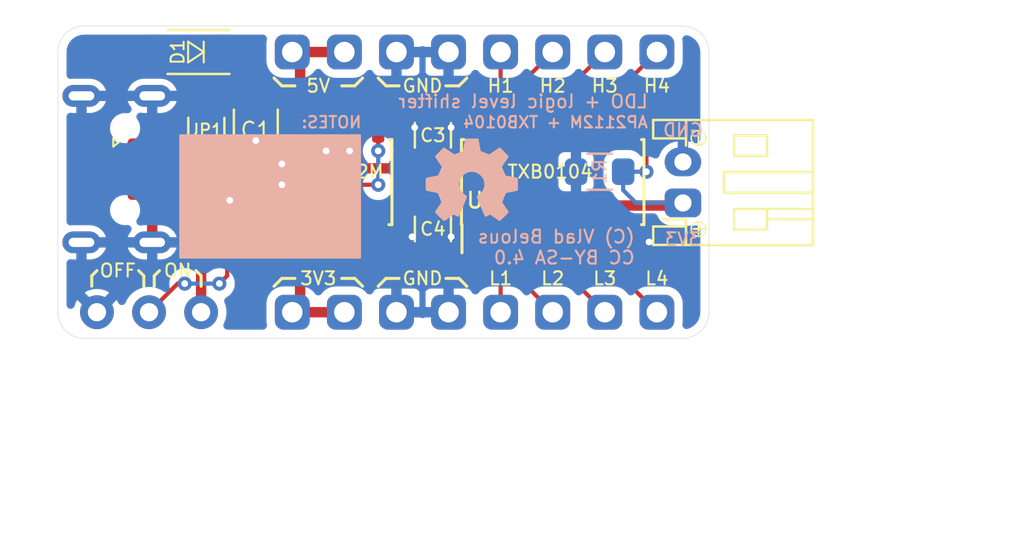
<source format=kicad_pcb>
(kicad_pcb (version 20171130) (host pcbnew "(5.1.0-0)")

  (general
    (thickness 1.6)
    (drawings 59)
    (tracks 128)
    (zones 0)
    (modules 23)
    (nets 14)
  )

  (page USLetter)
  (title_block
    (title "AP2112M 3.3V-regulator with TXB0104 logic level shifter")
    (date 2019-04-12)
    (comment 1 creativecommons.org/licenses/by-sa/4.0/)
    (comment 2 "CC BY-SA 4.0")
    (comment 3 "(C) Vlad Belous")
  )

  (layers
    (0 F.Cu mixed)
    (31 B.Cu mixed)
    (34 B.Paste user)
    (35 F.Paste user)
    (36 B.SilkS user)
    (37 F.SilkS user)
    (38 B.Mask user)
    (39 F.Mask user)
    (40 Dwgs.User user)
    (41 Cmts.User user)
    (44 Edge.Cuts user)
    (45 Margin user)
    (46 B.CrtYd user hide)
    (47 F.CrtYd user hide)
    (48 B.Fab user hide)
    (49 F.Fab user hide)
  )

  (setup
    (last_trace_width 0.2032)
    (user_trace_width 0.3048)
    (user_trace_width 0.508)
    (user_trace_width 0.8128)
    (trace_clearance 0.2032)
    (zone_clearance 0)
    (zone_45_only no)
    (trace_min 0.1778)
    (via_size 0.6858)
    (via_drill 0.3302)
    (via_min_size 0.6858)
    (via_min_drill 0.3302)
    (user_via 0.762 0.4064)
    (user_via 0.9144 0.508)
    (uvia_size 0.3)
    (uvia_drill 0.1)
    (uvias_allowed no)
    (uvia_min_size 0.2)
    (uvia_min_drill 0.1)
    (edge_width 0.0254)
    (segment_width 0.2)
    (pcb_text_width 0.3)
    (pcb_text_size 1.5 1.5)
    (mod_edge_width 0.15)
    (mod_text_size 1 1)
    (mod_text_width 0.15)
    (pad_size 1.524 1.524)
    (pad_drill 0.762)
    (pad_to_mask_clearance 0.0508)
    (solder_mask_min_width 0.1016)
    (aux_axis_origin 0 0)
    (visible_elements FFFFFF7F)
    (pcbplotparams
      (layerselection 0x010f0_ffffffff)
      (usegerberextensions true)
      (usegerberattributes false)
      (usegerberadvancedattributes false)
      (creategerberjobfile false)
      (excludeedgelayer true)
      (linewidth 0.025400)
      (plotframeref false)
      (viasonmask false)
      (mode 1)
      (useauxorigin false)
      (hpglpennumber 1)
      (hpglpenspeed 20)
      (hpglpendiameter 15.000000)
      (psnegative false)
      (psa4output false)
      (plotreference true)
      (plotvalue true)
      (plotinvisibletext false)
      (padsonsilk false)
      (subtractmaskfromsilk false)
      (outputformat 4)
      (mirror false)
      (drillshape 0)
      (scaleselection 1)
      (outputdirectory "plot-pdf"))
  )

  (net 0 "")
  (net 1 GND)
  (net 2 5V)
  (net 3 3V3)
  (net 4 "Net-(D1-Pad2)")
  (net 5 H4)
  (net 6 H3)
  (net 7 H2)
  (net 8 H1)
  (net 9 L1)
  (net 10 L2)
  (net 11 L3)
  (net 12 L4)
  (net 13 EN)

  (net_class Default "This is the default net class."
    (clearance 0.2032)
    (trace_width 0.2032)
    (via_dia 0.6858)
    (via_drill 0.3302)
    (uvia_dia 0.3)
    (uvia_drill 0.1)
    (diff_pair_width 0.2032)
    (diff_pair_gap 0.1524)
    (add_net 3V3)
    (add_net 5V)
    (add_net EN)
    (add_net GND)
    (add_net H1)
    (add_net H2)
    (add_net H3)
    (add_net H4)
    (add_net L1)
    (add_net L2)
    (add_net L3)
    (add_net L4)
    (add_net "Net-(D1-Pad2)")
  )

  (module local_footprints:OSHW-Logo_Small_SilkScreen (layer B.Cu) (tedit 5CB14C1D) (tstamp 5CB176E6)
    (at 159.893 89.789 180)
    (descr "Open Source Hardware Logo")
    (tags "Logo OSHW")
    (attr virtual)
    (fp_text reference REF*** (at 0 0 180) (layer B.SilkS) hide
      (effects (font (size 1 1) (thickness 0.15)) (justify mirror))
    )
    (fp_text value OSHW-Logo_Small_SilkScreen (at 0.75 0 180) (layer B.Fab) hide
      (effects (font (size 1 1) (thickness 0.15)) (justify mirror))
    )
    (fp_poly (pts (xy 0.376964 2.709982) (xy 0.433812 2.40843) (xy 0.853338 2.235488) (xy 1.104984 2.406605)
      (xy 1.175458 2.45425) (xy 1.239163 2.49679) (xy 1.293126 2.532285) (xy 1.334373 2.55879)
      (xy 1.359934 2.574364) (xy 1.366895 2.577722) (xy 1.379435 2.569086) (xy 1.406231 2.545208)
      (xy 1.44428 2.509141) (xy 1.490579 2.463933) (xy 1.542123 2.412636) (xy 1.595909 2.358299)
      (xy 1.648935 2.303972) (xy 1.698195 2.252705) (xy 1.740687 2.207549) (xy 1.773407 2.171554)
      (xy 1.793351 2.14777) (xy 1.798119 2.13981) (xy 1.791257 2.125135) (xy 1.77202 2.092986)
      (xy 1.74243 2.046508) (xy 1.70451 1.988844) (xy 1.660282 1.92314) (xy 1.634654 1.885664)
      (xy 1.587941 1.817232) (xy 1.546432 1.75548) (xy 1.51214 1.703481) (xy 1.48708 1.664308)
      (xy 1.473264 1.641035) (xy 1.471188 1.636145) (xy 1.475895 1.622245) (xy 1.488723 1.58985)
      (xy 1.507738 1.543515) (xy 1.531003 1.487794) (xy 1.556584 1.427242) (xy 1.582545 1.366414)
      (xy 1.60695 1.309864) (xy 1.627863 1.262148) (xy 1.643349 1.227819) (xy 1.651472 1.211432)
      (xy 1.651952 1.210788) (xy 1.664707 1.207659) (xy 1.698677 1.200679) (xy 1.75034 1.190533)
      (xy 1.816176 1.177908) (xy 1.892664 1.163491) (xy 1.93729 1.155177) (xy 2.019021 1.139616)
      (xy 2.092843 1.124808) (xy 2.155021 1.111564) (xy 2.201822 1.100695) (xy 2.229509 1.093011)
      (xy 2.235074 1.090573) (xy 2.240526 1.07407) (xy 2.244924 1.0368) (xy 2.248272 0.98312)
      (xy 2.250574 0.917388) (xy 2.251832 0.843963) (xy 2.252048 0.767204) (xy 2.251227 0.691468)
      (xy 2.249371 0.621114) (xy 2.246482 0.5605) (xy 2.242565 0.513984) (xy 2.237622 0.485925)
      (xy 2.234657 0.480084) (xy 2.216934 0.473083) (xy 2.179381 0.463073) (xy 2.126964 0.451231)
      (xy 2.064652 0.438733) (xy 2.0429 0.43469) (xy 1.938024 0.41548) (xy 1.85518 0.400009)
      (xy 1.79163 0.387663) (xy 1.744637 0.377827) (xy 1.711463 0.369886) (xy 1.689371 0.363224)
      (xy 1.675624 0.357227) (xy 1.667484 0.351281) (xy 1.666345 0.350106) (xy 1.654977 0.331174)
      (xy 1.637635 0.294331) (xy 1.61605 0.244087) (xy 1.591954 0.184954) (xy 1.567079 0.121444)
      (xy 1.543157 0.058068) (xy 1.521919 -0.000662) (xy 1.505097 -0.050235) (xy 1.494422 -0.086139)
      (xy 1.491627 -0.103862) (xy 1.49186 -0.104483) (xy 1.501331 -0.11897) (xy 1.522818 -0.150844)
      (xy 1.554063 -0.196789) (xy 1.592807 -0.253485) (xy 1.636793 -0.317617) (xy 1.649319 -0.335842)
      (xy 1.693984 -0.401914) (xy 1.733288 -0.4622) (xy 1.765088 -0.513235) (xy 1.787245 -0.55156)
      (xy 1.797617 -0.573711) (xy 1.798119 -0.576432) (xy 1.789405 -0.590736) (xy 1.765325 -0.619072)
      (xy 1.728976 -0.658396) (xy 1.683453 -0.705661) (xy 1.631852 -0.757823) (xy 1.577267 -0.811835)
      (xy 1.522794 -0.864653) (xy 1.471529 -0.913231) (xy 1.426567 -0.954523) (xy 1.391004 -0.985485)
      (xy 1.367935 -1.00307) (xy 1.361554 -1.005941) (xy 1.346699 -0.999178) (xy 1.316286 -0.980939)
      (xy 1.275268 -0.954297) (xy 1.243709 -0.932852) (xy 1.186525 -0.893503) (xy 1.118806 -0.847171)
      (xy 1.05088 -0.800913) (xy 1.014361 -0.776155) (xy 0.890752 -0.692547) (xy 0.786991 -0.74865)
      (xy 0.73972 -0.773228) (xy 0.699523 -0.792331) (xy 0.672326 -0.803227) (xy 0.665402 -0.804743)
      (xy 0.657077 -0.793549) (xy 0.640654 -0.761917) (xy 0.617357 -0.712765) (xy 0.588414 -0.64901)
      (xy 0.55505 -0.573571) (xy 0.518491 -0.489364) (xy 0.479964 -0.399308) (xy 0.440694 -0.306321)
      (xy 0.401908 -0.21332) (xy 0.36483 -0.123223) (xy 0.330689 -0.038948) (xy 0.300708 0.036587)
      (xy 0.276116 0.100466) (xy 0.258136 0.149769) (xy 0.247997 0.181579) (xy 0.246366 0.192504)
      (xy 0.259291 0.206439) (xy 0.287589 0.22906) (xy 0.325346 0.255667) (xy 0.328515 0.257772)
      (xy 0.4261 0.335886) (xy 0.504786 0.427018) (xy 0.563891 0.528255) (xy 0.602732 0.636682)
      (xy 0.620628 0.749386) (xy 0.616897 0.863452) (xy 0.590857 0.975966) (xy 0.541825 1.084015)
      (xy 0.5274 1.107655) (xy 0.452369 1.203113) (xy 0.36373 1.279768) (xy 0.264549 1.33722)
      (xy 0.157895 1.375071) (xy 0.046836 1.392922) (xy -0.065561 1.390375) (xy -0.176227 1.36703)
      (xy -0.282094 1.32249) (xy -0.380095 1.256355) (xy -0.41041 1.229513) (xy -0.487562 1.145488)
      (xy -0.543782 1.057034) (xy -0.582347 0.957885) (xy -0.603826 0.859697) (xy -0.609128 0.749303)
      (xy -0.591448 0.63836) (xy -0.552581 0.530619) (xy -0.494323 0.429831) (xy -0.418469 0.339744)
      (xy -0.326817 0.264108) (xy -0.314772 0.256136) (xy -0.276611 0.230026) (xy -0.247601 0.207405)
      (xy -0.233732 0.192961) (xy -0.233531 0.192504) (xy -0.236508 0.176879) (xy -0.248311 0.141418)
      (xy -0.267714 0.089038) (xy -0.293488 0.022655) (xy -0.324409 -0.054814) (xy -0.359249 -0.14045)
      (xy -0.396783 -0.231337) (xy -0.435783 -0.324559) (xy -0.475023 -0.417197) (xy -0.513276 -0.506335)
      (xy -0.549317 -0.589055) (xy -0.581917 -0.662441) (xy -0.609852 -0.723575) (xy -0.631895 -0.769541)
      (xy -0.646818 -0.797421) (xy -0.652828 -0.804743) (xy -0.671191 -0.799041) (xy -0.705552 -0.783749)
      (xy -0.749984 -0.761599) (xy -0.774417 -0.74865) (xy -0.878178 -0.692547) (xy -1.001787 -0.776155)
      (xy -1.064886 -0.818987) (xy -1.13397 -0.866122) (xy -1.198707 -0.910503) (xy -1.231134 -0.932852)
      (xy -1.276741 -0.963477) (xy -1.31536 -0.987747) (xy -1.341952 -1.002587) (xy -1.35059 -1.005724)
      (xy -1.363161 -0.997261) (xy -1.390984 -0.973636) (xy -1.431361 -0.937302) (xy -1.481595 -0.890711)
      (xy -1.538988 -0.836317) (xy -1.575286 -0.801392) (xy -1.63879 -0.738996) (xy -1.693673 -0.683188)
      (xy -1.737714 -0.636354) (xy -1.768695 -0.600882) (xy -1.784398 -0.579161) (xy -1.785905 -0.574752)
      (xy -1.778914 -0.557985) (xy -1.759594 -0.524082) (xy -1.730091 -0.476476) (xy -1.692545 -0.418599)
      (xy -1.6491 -0.353884) (xy -1.636745 -0.335842) (xy -1.591727 -0.270267) (xy -1.55134 -0.211228)
      (xy -1.51784 -0.162042) (xy -1.493486 -0.126028) (xy -1.480536 -0.106502) (xy -1.479285 -0.104483)
      (xy -1.481156 -0.088922) (xy -1.491087 -0.054709) (xy -1.507347 -0.006355) (xy -1.528205 0.051629)
      (xy -1.551927 0.11473) (xy -1.576784 0.178437) (xy -1.601042 0.238239) (xy -1.622971 0.289624)
      (xy -1.640838 0.328081) (xy -1.652913 0.349098) (xy -1.653771 0.350106) (xy -1.661154 0.356112)
      (xy -1.673625 0.362052) (xy -1.69392 0.36854) (xy -1.724778 0.376191) (xy -1.768934 0.38562)
      (xy -1.829126 0.397441) (xy -1.908093 0.412271) (xy -2.00857 0.430723) (xy -2.030325 0.43469)
      (xy -2.094802 0.447147) (xy -2.151011 0.459334) (xy -2.193987 0.470074) (xy -2.21876 0.478191)
      (xy -2.222082 0.480084) (xy -2.227556 0.496862) (xy -2.232006 0.534355) (xy -2.235428 0.588206)
      (xy -2.237819 0.654056) (xy -2.239177 0.727547) (xy -2.239499 0.80432) (xy -2.238781 0.880017)
      (xy -2.237021 0.95028) (xy -2.234216 1.01075) (xy -2.230362 1.05707) (xy -2.225457 1.084881)
      (xy -2.2225 1.090573) (xy -2.206037 1.096314) (xy -2.168551 1.105655) (xy -2.113775 1.117785)
      (xy -2.045445 1.131893) (xy -1.967294 1.14717) (xy -1.924716 1.155177) (xy -1.843929 1.170279)
      (xy -1.771887 1.18396) (xy -1.712111 1.195533) (xy -1.668121 1.204313) (xy -1.643439 1.209613)
      (xy -1.639377 1.210788) (xy -1.632511 1.224035) (xy -1.617998 1.255943) (xy -1.597771 1.301953)
      (xy -1.573766 1.357508) (xy -1.547918 1.418047) (xy -1.52216 1.479014) (xy -1.498427 1.535849)
      (xy -1.478654 1.583994) (xy -1.464776 1.61889) (xy -1.458726 1.635979) (xy -1.458614 1.636726)
      (xy -1.465472 1.650207) (xy -1.484698 1.68123) (xy -1.514272 1.726711) (xy -1.552173 1.783568)
      (xy -1.59638 1.848717) (xy -1.622079 1.886138) (xy -1.668907 1.954753) (xy -1.710499 2.017048)
      (xy -1.744825 2.069871) (xy -1.769857 2.110073) (xy -1.783565 2.1345) (xy -1.785544 2.139976)
      (xy -1.777034 2.152722) (xy -1.753507 2.179937) (xy -1.717968 2.218572) (xy -1.673423 2.265577)
      (xy -1.622877 2.317905) (xy -1.569336 2.372505) (xy -1.515805 2.42633) (xy -1.465289 2.47633)
      (xy -1.420794 2.519457) (xy -1.385325 2.552661) (xy -1.361887 2.572894) (xy -1.354046 2.577722)
      (xy -1.34128 2.570933) (xy -1.310744 2.551858) (xy -1.26541 2.522439) (xy -1.208244 2.484619)
      (xy -1.142216 2.440339) (xy -1.09241 2.406605) (xy -0.840764 2.235488) (xy -0.631001 2.321959)
      (xy -0.421237 2.40843) (xy -0.364389 2.709982) (xy -0.30754 3.011534) (xy 0.320115 3.011534)
      (xy 0.376964 2.709982)) (layer B.SilkS) (width 0.01))
  )

  (module local_footprints:1206_HS (layer F.Cu) (tedit 5C0C843B) (tstamp 5CB03F54)
    (at 149.352 86.36 270)
    (descr "Resistor SMD 1206, reflow soldering, Vishay (see dcrcw.pdf)")
    (tags "resistor 1206")
    (path /5CAF4A0F)
    (attr smd)
    (fp_text reference C1 (at 0 0) (layer F.SilkS)
      (effects (font (size 0.762 0.762) (thickness 0.1016)))
    )
    (fp_text value 1u (at 0 1.95 270) (layer F.Fab) hide
      (effects (font (size 1 1) (thickness 0.15)))
    )
    (fp_line (start 2.15 1.1) (end -2.15 1.1) (layer F.CrtYd) (width 0.05))
    (fp_line (start 2.15 1.1) (end 2.15 -1.11) (layer F.CrtYd) (width 0.05))
    (fp_line (start -2.15 -1.11) (end -2.15 1.1) (layer F.CrtYd) (width 0.05))
    (fp_line (start -2.15 -1.11) (end 2.15 -1.11) (layer F.CrtYd) (width 0.05))
    (fp_line (start -1 -1.07) (end 1 -1.07) (layer F.SilkS) (width 0.12))
    (fp_line (start 1 1.07) (end -1 1.07) (layer F.SilkS) (width 0.12))
    (fp_line (start -1.6 -0.8) (end 1.6 -0.8) (layer F.Fab) (width 0.1))
    (fp_line (start 1.6 -0.8) (end 1.6 0.8) (layer F.Fab) (width 0.1))
    (fp_line (start 1.6 0.8) (end -1.6 0.8) (layer F.Fab) (width 0.1))
    (fp_line (start -1.6 0.8) (end -1.6 -0.8) (layer F.Fab) (width 0.1))
    (fp_text user %R (at 0 0 270) (layer F.Fab)
      (effects (font (size 0.7 0.7) (thickness 0.105)))
    )
    (pad 2 smd roundrect (at 1.65 0 270) (size 1.3 1.7) (layers F.Cu F.Paste F.Mask) (roundrect_rratio 0.25)
      (net 1 GND))
    (pad 1 smd roundrect (at -1.65 0 270) (size 1.3 1.7) (layers F.Cu F.Paste F.Mask) (roundrect_rratio 0.25)
      (net 2 5V))
    (model ${KISYS3DMOD}/Resistors_SMD.3dshapes/R_1206.wrl
      (at (xyz 0 0 0))
      (scale (xyz 1 1 1))
      (rotate (xyz 0 0 0))
    )
  )

  (module local_footprints:1206_HS (layer F.Cu) (tedit 5C0C843B) (tstamp 5CB03F65)
    (at 149.352 91.44 90)
    (descr "Resistor SMD 1206, reflow soldering, Vishay (see dcrcw.pdf)")
    (tags "resistor 1206")
    (path /5CAF6927)
    (attr smd)
    (fp_text reference C2 (at 0 0 180) (layer F.SilkS)
      (effects (font (size 0.762 0.762) (thickness 0.1016)))
    )
    (fp_text value 1u (at 0 1.95 90) (layer F.Fab) hide
      (effects (font (size 1 1) (thickness 0.15)))
    )
    (fp_text user %R (at 0 0 90) (layer F.Fab)
      (effects (font (size 0.7 0.7) (thickness 0.105)))
    )
    (fp_line (start -1.6 0.8) (end -1.6 -0.8) (layer F.Fab) (width 0.1))
    (fp_line (start 1.6 0.8) (end -1.6 0.8) (layer F.Fab) (width 0.1))
    (fp_line (start 1.6 -0.8) (end 1.6 0.8) (layer F.Fab) (width 0.1))
    (fp_line (start -1.6 -0.8) (end 1.6 -0.8) (layer F.Fab) (width 0.1))
    (fp_line (start 1 1.07) (end -1 1.07) (layer F.SilkS) (width 0.12))
    (fp_line (start -1 -1.07) (end 1 -1.07) (layer F.SilkS) (width 0.12))
    (fp_line (start -2.15 -1.11) (end 2.15 -1.11) (layer F.CrtYd) (width 0.05))
    (fp_line (start -2.15 -1.11) (end -2.15 1.1) (layer F.CrtYd) (width 0.05))
    (fp_line (start 2.15 1.1) (end 2.15 -1.11) (layer F.CrtYd) (width 0.05))
    (fp_line (start 2.15 1.1) (end -2.15 1.1) (layer F.CrtYd) (width 0.05))
    (pad 1 smd roundrect (at -1.65 0 90) (size 1.3 1.7) (layers F.Cu F.Paste F.Mask) (roundrect_rratio 0.25)
      (net 3 3V3))
    (pad 2 smd roundrect (at 1.65 0 90) (size 1.3 1.7) (layers F.Cu F.Paste F.Mask) (roundrect_rratio 0.25)
      (net 1 GND))
    (model ${KISYS3DMOD}/Resistors_SMD.3dshapes/R_1206.wrl
      (at (xyz 0 0 0))
      (scale (xyz 1 1 1))
      (rotate (xyz 0 0 0))
    )
  )

  (module local_footprints:0805_HS (layer F.Cu) (tedit 5C0C83D5) (tstamp 5CB03F76)
    (at 157.988 86.614 90)
    (descr "Resistor SMD 0805, reflow soldering, Vishay (see dcrcw.pdf)")
    (tags "resistor 0805")
    (path /5CB067C6)
    (attr smd)
    (fp_text reference C3 (at 0 0 180) (layer F.SilkS)
      (effects (font (size 0.635 0.635) (thickness 0.1016)))
    )
    (fp_text value 0.1u (at 0 1.75 90) (layer F.Fab) hide
      (effects (font (size 1 1) (thickness 0.15)))
    )
    (fp_line (start 1.55 0.9) (end -1.55 0.9) (layer F.CrtYd) (width 0.05))
    (fp_line (start 1.55 0.9) (end 1.55 -0.9) (layer F.CrtYd) (width 0.05))
    (fp_line (start -1.55 -0.9) (end -1.55 0.9) (layer F.CrtYd) (width 0.05))
    (fp_line (start -1.55 -0.9) (end 1.55 -0.9) (layer F.CrtYd) (width 0.05))
    (fp_line (start -0.6 -0.88) (end 0.6 -0.88) (layer F.SilkS) (width 0.12))
    (fp_line (start 0.6 0.88) (end -0.6 0.88) (layer F.SilkS) (width 0.12))
    (fp_line (start -1 -0.62) (end 1 -0.62) (layer F.Fab) (width 0.1))
    (fp_line (start 1 -0.62) (end 1 0.62) (layer F.Fab) (width 0.1))
    (fp_line (start 1 0.62) (end -1 0.62) (layer F.Fab) (width 0.1))
    (fp_line (start -1 0.62) (end -1 -0.62) (layer F.Fab) (width 0.1))
    (fp_text user %R (at 0 0 90) (layer F.Fab)
      (effects (font (size 0.5 0.5) (thickness 0.075)))
    )
    (pad 2 smd roundrect (at 1.15 0 90) (size 1.1 1.3) (layers F.Cu F.Paste F.Mask) (roundrect_rratio 0.25)
      (net 1 GND))
    (pad 1 smd roundrect (at -1.15 0 90) (size 1.1 1.3) (layers F.Cu F.Paste F.Mask) (roundrect_rratio 0.25)
      (net 2 5V))
    (model ${KISYS3DMOD}/Resistors_SMD.3dshapes/R_0805.wrl
      (at (xyz 0 0 0))
      (scale (xyz 1 1 1))
      (rotate (xyz 0 0 0))
    )
  )

  (module local_footprints:0805_HS (layer F.Cu) (tedit 5C0C83D5) (tstamp 5CB05C8A)
    (at 157.988 91.186 270)
    (descr "Resistor SMD 0805, reflow soldering, Vishay (see dcrcw.pdf)")
    (tags "resistor 0805")
    (path /5CB053A0)
    (attr smd)
    (fp_text reference C4 (at 0 0) (layer F.SilkS)
      (effects (font (size 0.635 0.635) (thickness 0.1016)))
    )
    (fp_text value 0.1u (at 0 1.75 270) (layer F.Fab) hide
      (effects (font (size 1 1) (thickness 0.15)))
    )
    (fp_text user %R (at 0 0 270) (layer F.Fab)
      (effects (font (size 0.5 0.5) (thickness 0.075)))
    )
    (fp_line (start -1 0.62) (end -1 -0.62) (layer F.Fab) (width 0.1))
    (fp_line (start 1 0.62) (end -1 0.62) (layer F.Fab) (width 0.1))
    (fp_line (start 1 -0.62) (end 1 0.62) (layer F.Fab) (width 0.1))
    (fp_line (start -1 -0.62) (end 1 -0.62) (layer F.Fab) (width 0.1))
    (fp_line (start 0.6 0.88) (end -0.6 0.88) (layer F.SilkS) (width 0.12))
    (fp_line (start -0.6 -0.88) (end 0.6 -0.88) (layer F.SilkS) (width 0.12))
    (fp_line (start -1.55 -0.9) (end 1.55 -0.9) (layer F.CrtYd) (width 0.05))
    (fp_line (start -1.55 -0.9) (end -1.55 0.9) (layer F.CrtYd) (width 0.05))
    (fp_line (start 1.55 0.9) (end 1.55 -0.9) (layer F.CrtYd) (width 0.05))
    (fp_line (start 1.55 0.9) (end -1.55 0.9) (layer F.CrtYd) (width 0.05))
    (pad 1 smd roundrect (at -1.15 0 270) (size 1.1 1.3) (layers F.Cu F.Paste F.Mask) (roundrect_rratio 0.25)
      (net 3 3V3))
    (pad 2 smd roundrect (at 1.15 0 270) (size 1.1 1.3) (layers F.Cu F.Paste F.Mask) (roundrect_rratio 0.25)
      (net 1 GND))
    (model ${KISYS3DMOD}/Resistors_SMD.3dshapes/R_0805.wrl
      (at (xyz 0 0 0))
      (scale (xyz 1 1 1))
      (rotate (xyz 0 0 0))
    )
  )

  (module local_footprints:1206_Diode_HS (layer F.Cu) (tedit 5C0E1507) (tstamp 5CB04C45)
    (at 146.05 82.55 180)
    (descr "Resistor SMD 1206, reflow soldering, Vishay (see dcrcw.pdf)")
    (tags "resistor 1206")
    (path /5CB14F3B)
    (attr smd)
    (fp_text reference D1 (at 0.508 0 270) (layer F.SilkS)
      (effects (font (size 0.635 0.635) (thickness 0.1016)))
    )
    (fp_text value D_Schottky (at 0 1.95 180) (layer F.Fab) hide
      (effects (font (size 1 1) (thickness 0.15)))
    )
    (fp_line (start 2.15 1.1) (end -2.15 1.1) (layer F.CrtYd) (width 0.05))
    (fp_line (start 2.15 1.1) (end 2.15 -1.11) (layer F.CrtYd) (width 0.05))
    (fp_line (start -2.15 -1.11) (end -2.15 1.1) (layer F.CrtYd) (width 0.05))
    (fp_line (start -2.15 -1.11) (end 2.15 -1.11) (layer F.CrtYd) (width 0.05))
    (fp_line (start -2.016 -1.07) (end 1 -1.07) (layer F.SilkS) (width 0.12))
    (fp_line (start 1 1.07) (end -2.016 1.07) (layer F.SilkS) (width 0.12))
    (fp_line (start -1.6 -0.8) (end 1.6 -0.8) (layer F.Fab) (width 0.1))
    (fp_line (start 1.6 -0.8) (end 1.6 0.8) (layer F.Fab) (width 0.1))
    (fp_line (start 1.6 0.8) (end -1.6 0.8) (layer F.Fab) (width 0.1))
    (fp_line (start -1.6 0.8) (end -1.6 -0.8) (layer F.Fab) (width 0.1))
    (fp_text user %R (at 0 0 180) (layer F.Fab)
      (effects (font (size 0.7 0.7) (thickness 0.105)))
    )
    (fp_line (start -0.762 -0.508) (end -0.762 0.508) (layer F.SilkS) (width 0.1016))
    (fp_line (start -0.762 0.508) (end -0.762 0) (layer F.SilkS) (width 0.0762))
    (fp_line (start -0.762 0) (end 0 -0.508) (layer F.SilkS) (width 0.1016))
    (fp_line (start 0 -0.508) (end 0 0.508) (layer F.SilkS) (width 0.1016))
    (fp_line (start 0 0.508) (end -0.762 0) (layer F.SilkS) (width 0.1016))
    (pad 2 smd roundrect (at 1.65 0 180) (size 1.3 1.7) (layers F.Cu F.Paste F.Mask) (roundrect_rratio 0.25)
      (net 4 "Net-(D1-Pad2)"))
    (pad 1 smd roundrect (at -1.65 0 180) (size 1.3 1.7) (layers F.Cu F.Paste F.Mask) (roundrect_rratio 0.25)
      (net 2 5V))
    (model ${KISYS3DMOD}/Resistors_SMD.3dshapes/R_1206.wrl
      (at (xyz 0 0 0))
      (scale (xyz 1 1 1))
      (rotate (xyz 0 0 0))
    )
  )

  (module local_footprints:USB-micro-B_4-legs_Banggood (layer F.Cu) (tedit 5CB035CE) (tstamp 5CB05305)
    (at 139.7 88.265 270)
    (descr "USB Micro-B receptacle, 4-legs, unknown part number, www.banggood.com/10pcs-Micro-USB-Type-B-5-Pin-Female-Socket-4-Vertical-Legs-For-Solder-Connector-p-1356004.html")
    (tags "usb micro receptacle")
    (path /5CB0B6C9)
    (attr smd)
    (fp_text reference J1 (at 0 -1.2 270) (layer F.SilkS) hide
      (effects (font (size 0.7 0.7) (thickness 0.15)))
    )
    (fp_text value USB_B_Micro (at 0 3.45 270) (layer F.Fab)
      (effects (font (size 1 1) (thickness 0.15)))
    )
    (fp_text user "PCB Edge" (at 0 0.45 270) (layer Dwgs.User)
      (effects (font (size 0.5 0.5) (thickness 0.08)))
    )
    (fp_text user %R (at 0.1 1.975 270) (layer F.Fab)
      (effects (font (size 1 1) (thickness 0.15)))
    )
    (fp_line (start 4.975 -7.24) (end -4.915 -7.24) (layer F.CrtYd) (width 0.05))
    (fp_line (start 4.975 0.95) (end 4.975 -7.24) (layer F.CrtYd) (width 0.05))
    (fp_line (start -4.915 0.95) (end 4.975 0.95) (layer F.CrtYd) (width 0.05))
    (fp_line (start -4.915 -7.24) (end -4.915 0.95) (layer F.CrtYd) (width 0.05))
    (fp_line (start -2.7 0) (end 2.7 0) (layer Dwgs.User) (width 0.05))
    (fp_line (start -1.5 -2.7) (end -1.3 -2.95) (layer F.SilkS) (width 0.1016))
    (fp_line (start -1.3 -2.95) (end -1.1 -2.7) (layer F.SilkS) (width 0.1016))
    (fp_line (start -1.1 -2.7) (end -1.5 -2.7) (layer F.SilkS) (width 0.1016))
    (pad "" np_thru_hole oval (at 2 -3.275 270) (size 0.65 0.65) (drill 0.65) (layers *.Cu *.Mask))
    (pad 6 thru_hole oval (at 3.575 -1.15 270) (size 1.06 1.86) (drill oval 0.45 1.25) (layers *.Cu *.Mask)
      (net 1 GND))
    (pad 6 thru_hole oval (at 3.575 -4.6 270) (size 1.06 1.86) (drill oval 0.45 1.25) (layers *.Cu *.Mask)
      (net 1 GND))
    (pad 5 smd roundrect (at 1.3 -4.2 270) (size 0.4 1.6) (layers F.Cu F.Paste F.Mask) (roundrect_rratio 0.5)
      (net 1 GND))
    (pad 4 smd roundrect (at 0.65 -4.2 270) (size 0.4 1.6) (layers F.Cu F.Paste F.Mask) (roundrect_rratio 0.25))
    (pad 3 smd roundrect (at 0 -4.2 270) (size 0.4 1.6) (layers F.Cu F.Paste F.Mask) (roundrect_rratio 0.25))
    (pad 2 smd roundrect (at -0.65 -4.2 270) (size 0.4 1.6) (layers F.Cu F.Paste F.Mask) (roundrect_rratio 0.25))
    (pad 1 smd roundrect (at -1.3 -4.2 270) (size 0.4 1.6) (layers F.Cu F.Paste F.Mask) (roundrect_rratio 0.5)
      (net 4 "Net-(D1-Pad2)"))
    (pad 6 thru_hole oval (at -3.575 -1.15 270) (size 1.06 1.86) (drill oval 0.45 1.25) (layers *.Cu *.Mask)
      (net 1 GND))
    (pad 6 thru_hole oval (at -3.575 -4.6 270) (size 1.06 1.86) (drill oval 0.45 1.25) (layers *.Cu *.Mask)
      (net 1 GND))
    (pad "" np_thru_hole oval (at -2 -3.275 270) (size 0.65 0.65) (drill 0.65) (layers *.Cu *.Mask))
  )

  (module local_footprints:Pin_Header_Straight_1x01_Pitch2.54mm (layer F.Cu) (tedit 5CA97A76) (tstamp 5CB03FC0)
    (at 153.67 82.55)
    (descr "Through hole straight pin header, 1x07, 2.54mm pitch, single row")
    (tags "Through hole pin header THT 1x07 2.54mm single row")
    (path /5CB32C57)
    (fp_text reference J2 (at 0 -1.6) (layer F.SilkS) hide
      (effects (font (size 0.762 0.762) (thickness 0.127)))
    )
    (fp_text value VIN_HV (at 0 2.54) (layer F.Fab) hide
      (effects (font (size 1 1) (thickness 0.15)))
    )
    (fp_line (start -1.27 1.27) (end -1.27 -1.27) (layer F.CrtYd) (width 0.05))
    (fp_line (start 1.27 1.27) (end -1.27 1.27) (layer F.CrtYd) (width 0.05))
    (fp_line (start 1.27 -1.27) (end 1.27 1.27) (layer F.CrtYd) (width 0.05))
    (fp_line (start -1.27 -1.27) (end 1.27 -1.27) (layer F.CrtYd) (width 0.05))
    (fp_text user %R (at 0 -1.6 180) (layer F.Fab) hide
      (effects (font (size 0.762 0.762) (thickness 0.127)))
    )
    (pad 1 thru_hole roundrect (at 0 0) (size 1.7 1.7) (drill 1) (layers *.Cu *.Mask) (roundrect_rratio 0.25)
      (net 2 5V))
    (model ${KISYS3DMOD}/Pin_Headers.3dshapes/Pin_Header_Straight_1x07_Pitch2.54mm.wrl
      (at (xyz 0 0 0))
      (scale (xyz 1 1 1))
      (rotate (xyz 0 0 0))
    )
  )

  (module local_footprints:Pin_Header_Straight_1x01_Pitch2.54mm (layer F.Cu) (tedit 5CA97A76) (tstamp 5CB03FCA)
    (at 151.13 82.55)
    (descr "Through hole straight pin header, 1x07, 2.54mm pitch, single row")
    (tags "Through hole pin header THT 1x07 2.54mm single row")
    (path /5CB17C4A)
    (fp_text reference J3 (at 0 -1.6) (layer F.SilkS) hide
      (effects (font (size 0.762 0.762) (thickness 0.127)))
    )
    (fp_text value VIN_HV (at 0 2.54) (layer F.Fab) hide
      (effects (font (size 1 1) (thickness 0.15)))
    )
    (fp_text user %R (at 0 -1.6 180) (layer F.Fab) hide
      (effects (font (size 0.762 0.762) (thickness 0.127)))
    )
    (fp_line (start -1.27 -1.27) (end 1.27 -1.27) (layer F.CrtYd) (width 0.05))
    (fp_line (start 1.27 -1.27) (end 1.27 1.27) (layer F.CrtYd) (width 0.05))
    (fp_line (start 1.27 1.27) (end -1.27 1.27) (layer F.CrtYd) (width 0.05))
    (fp_line (start -1.27 1.27) (end -1.27 -1.27) (layer F.CrtYd) (width 0.05))
    (pad 1 thru_hole roundrect (at 0 0) (size 1.7 1.7) (drill 1) (layers *.Cu *.Mask) (roundrect_rratio 0.25)
      (net 2 5V))
    (model ${KISYS3DMOD}/Pin_Headers.3dshapes/Pin_Header_Straight_1x07_Pitch2.54mm.wrl
      (at (xyz 0 0 0))
      (scale (xyz 1 1 1))
      (rotate (xyz 0 0 0))
    )
  )

  (module local_footprints:Pin_Header_Straight_1x01_Pitch2.54mm (layer F.Cu) (tedit 5CA97A76) (tstamp 5CB03FD4)
    (at 158.75 82.55)
    (descr "Through hole straight pin header, 1x07, 2.54mm pitch, single row")
    (tags "Through hole pin header THT 1x07 2.54mm single row")
    (path /5CB19B78)
    (fp_text reference J4 (at 0 -1.6) (layer F.SilkS) hide
      (effects (font (size 0.762 0.762) (thickness 0.127)))
    )
    (fp_text value GND (at 0 2.54) (layer F.Fab) hide
      (effects (font (size 1 1) (thickness 0.15)))
    )
    (fp_line (start -1.27 1.27) (end -1.27 -1.27) (layer F.CrtYd) (width 0.05))
    (fp_line (start 1.27 1.27) (end -1.27 1.27) (layer F.CrtYd) (width 0.05))
    (fp_line (start 1.27 -1.27) (end 1.27 1.27) (layer F.CrtYd) (width 0.05))
    (fp_line (start -1.27 -1.27) (end 1.27 -1.27) (layer F.CrtYd) (width 0.05))
    (fp_text user %R (at 0 -1.6 180) (layer F.Fab) hide
      (effects (font (size 0.762 0.762) (thickness 0.127)))
    )
    (pad 1 thru_hole roundrect (at 0 0) (size 1.7 1.7) (drill 1) (layers *.Cu *.Mask) (roundrect_rratio 0.25)
      (net 1 GND))
    (model ${KISYS3DMOD}/Pin_Headers.3dshapes/Pin_Header_Straight_1x07_Pitch2.54mm.wrl
      (at (xyz 0 0 0))
      (scale (xyz 1 1 1))
      (rotate (xyz 0 0 0))
    )
  )

  (module local_footprints:Pin_Header_Straight_1x01_Pitch2.54mm (layer F.Cu) (tedit 5CA97A76) (tstamp 5CB03FDE)
    (at 156.21 82.55)
    (descr "Through hole straight pin header, 1x07, 2.54mm pitch, single row")
    (tags "Through hole pin header THT 1x07 2.54mm single row")
    (path /5CB32876)
    (fp_text reference J5 (at 0 -1.6) (layer F.SilkS) hide
      (effects (font (size 0.762 0.762) (thickness 0.127)))
    )
    (fp_text value GND (at 0 2.54) (layer F.Fab) hide
      (effects (font (size 1 1) (thickness 0.15)))
    )
    (fp_text user %R (at 0 -1.6 180) (layer F.Fab) hide
      (effects (font (size 0.762 0.762) (thickness 0.127)))
    )
    (fp_line (start -1.27 -1.27) (end 1.27 -1.27) (layer F.CrtYd) (width 0.05))
    (fp_line (start 1.27 -1.27) (end 1.27 1.27) (layer F.CrtYd) (width 0.05))
    (fp_line (start 1.27 1.27) (end -1.27 1.27) (layer F.CrtYd) (width 0.05))
    (fp_line (start -1.27 1.27) (end -1.27 -1.27) (layer F.CrtYd) (width 0.05))
    (pad 1 thru_hole roundrect (at 0 0) (size 1.7 1.7) (drill 1) (layers *.Cu *.Mask) (roundrect_rratio 0.25)
      (net 1 GND))
    (model ${KISYS3DMOD}/Pin_Headers.3dshapes/Pin_Header_Straight_1x07_Pitch2.54mm.wrl
      (at (xyz 0 0 0))
      (scale (xyz 1 1 1))
      (rotate (xyz 0 0 0))
    )
  )

  (module local_footprints:Pin_Header_Straight_1x01_Pitch2.54mm (layer F.Cu) (tedit 5CA97A76) (tstamp 5CB03FE8)
    (at 153.67 95.25)
    (descr "Through hole straight pin header, 1x07, 2.54mm pitch, single row")
    (tags "Through hole pin header THT 1x07 2.54mm single row")
    (path /5CB1CA9B)
    (fp_text reference J6 (at 0 -1.6) (layer F.SilkS) hide
      (effects (font (size 0.762 0.762) (thickness 0.127)))
    )
    (fp_text value VOUT_LV (at 0 2.54) (layer F.Fab) hide
      (effects (font (size 1 1) (thickness 0.15)))
    )
    (fp_text user %R (at 0 -1.6 180) (layer F.Fab) hide
      (effects (font (size 0.762 0.762) (thickness 0.127)))
    )
    (fp_line (start -1.27 -1.27) (end 1.27 -1.27) (layer F.CrtYd) (width 0.05))
    (fp_line (start 1.27 -1.27) (end 1.27 1.27) (layer F.CrtYd) (width 0.05))
    (fp_line (start 1.27 1.27) (end -1.27 1.27) (layer F.CrtYd) (width 0.05))
    (fp_line (start -1.27 1.27) (end -1.27 -1.27) (layer F.CrtYd) (width 0.05))
    (pad 1 thru_hole roundrect (at 0 0) (size 1.7 1.7) (drill 1) (layers *.Cu *.Mask) (roundrect_rratio 0.25)
      (net 3 3V3))
    (model ${KISYS3DMOD}/Pin_Headers.3dshapes/Pin_Header_Straight_1x07_Pitch2.54mm.wrl
      (at (xyz 0 0 0))
      (scale (xyz 1 1 1))
      (rotate (xyz 0 0 0))
    )
  )

  (module local_footprints:Pin_Header_Straight_1x01_Pitch2.54mm (layer F.Cu) (tedit 5CA97A76) (tstamp 5CB03FF2)
    (at 151.13 95.25)
    (descr "Through hole straight pin header, 1x07, 2.54mm pitch, single row")
    (tags "Through hole pin header THT 1x07 2.54mm single row")
    (path /5CB38BF7)
    (fp_text reference J7 (at 0 -1.6) (layer F.SilkS) hide
      (effects (font (size 0.762 0.762) (thickness 0.127)))
    )
    (fp_text value VOUT_LV (at 0 2.54) (layer F.Fab) hide
      (effects (font (size 1 1) (thickness 0.15)))
    )
    (fp_line (start -1.27 1.27) (end -1.27 -1.27) (layer F.CrtYd) (width 0.05))
    (fp_line (start 1.27 1.27) (end -1.27 1.27) (layer F.CrtYd) (width 0.05))
    (fp_line (start 1.27 -1.27) (end 1.27 1.27) (layer F.CrtYd) (width 0.05))
    (fp_line (start -1.27 -1.27) (end 1.27 -1.27) (layer F.CrtYd) (width 0.05))
    (fp_text user %R (at 0 -1.6 180) (layer F.Fab) hide
      (effects (font (size 0.762 0.762) (thickness 0.127)))
    )
    (pad 1 thru_hole roundrect (at 0 0) (size 1.7 1.7) (drill 1) (layers *.Cu *.Mask) (roundrect_rratio 0.25)
      (net 3 3V3))
    (model ${KISYS3DMOD}/Pin_Headers.3dshapes/Pin_Header_Straight_1x07_Pitch2.54mm.wrl
      (at (xyz 0 0 0))
      (scale (xyz 1 1 1))
      (rotate (xyz 0 0 0))
    )
  )

  (module local_footprints:Pin_Header_Straight_1x01_Pitch2.54mm (layer F.Cu) (tedit 5CA97A76) (tstamp 5CB03FFC)
    (at 158.75 95.25)
    (descr "Through hole straight pin header, 1x07, 2.54mm pitch, single row")
    (tags "Through hole pin header THT 1x07 2.54mm single row")
    (path /5CB37AA8)
    (fp_text reference J8 (at 0 -1.6) (layer F.SilkS) hide
      (effects (font (size 0.762 0.762) (thickness 0.127)))
    )
    (fp_text value GND (at 0 2.54) (layer F.Fab) hide
      (effects (font (size 1 1) (thickness 0.15)))
    )
    (fp_text user %R (at 0 -1.6 180) (layer F.Fab) hide
      (effects (font (size 0.762 0.762) (thickness 0.127)))
    )
    (fp_line (start -1.27 -1.27) (end 1.27 -1.27) (layer F.CrtYd) (width 0.05))
    (fp_line (start 1.27 -1.27) (end 1.27 1.27) (layer F.CrtYd) (width 0.05))
    (fp_line (start 1.27 1.27) (end -1.27 1.27) (layer F.CrtYd) (width 0.05))
    (fp_line (start -1.27 1.27) (end -1.27 -1.27) (layer F.CrtYd) (width 0.05))
    (pad 1 thru_hole roundrect (at 0 0) (size 1.7 1.7) (drill 1) (layers *.Cu *.Mask) (roundrect_rratio 0.25)
      (net 1 GND))
    (model ${KISYS3DMOD}/Pin_Headers.3dshapes/Pin_Header_Straight_1x07_Pitch2.54mm.wrl
      (at (xyz 0 0 0))
      (scale (xyz 1 1 1))
      (rotate (xyz 0 0 0))
    )
  )

  (module local_footprints:Pin_Header_Straight_1x01_Pitch2.54mm (layer F.Cu) (tedit 5CA97A76) (tstamp 5CB04006)
    (at 156.21 95.25)
    (descr "Through hole straight pin header, 1x07, 2.54mm pitch, single row")
    (tags "Through hole pin header THT 1x07 2.54mm single row")
    (path /5CB1DB98)
    (fp_text reference J9 (at 0 -1.6) (layer F.SilkS) hide
      (effects (font (size 0.762 0.762) (thickness 0.127)))
    )
    (fp_text value GND (at 0 2.54) (layer F.Fab) hide
      (effects (font (size 1 1) (thickness 0.15)))
    )
    (fp_line (start -1.27 1.27) (end -1.27 -1.27) (layer F.CrtYd) (width 0.05))
    (fp_line (start 1.27 1.27) (end -1.27 1.27) (layer F.CrtYd) (width 0.05))
    (fp_line (start 1.27 -1.27) (end 1.27 1.27) (layer F.CrtYd) (width 0.05))
    (fp_line (start -1.27 -1.27) (end 1.27 -1.27) (layer F.CrtYd) (width 0.05))
    (fp_text user %R (at 0 -1.6 180) (layer F.Fab) hide
      (effects (font (size 0.762 0.762) (thickness 0.127)))
    )
    (pad 1 thru_hole roundrect (at 0 0) (size 1.7 1.7) (drill 1) (layers *.Cu *.Mask) (roundrect_rratio 0.25)
      (net 1 GND))
    (model ${KISYS3DMOD}/Pin_Headers.3dshapes/Pin_Header_Straight_1x07_Pitch2.54mm.wrl
      (at (xyz 0 0 0))
      (scale (xyz 1 1 1))
      (rotate (xyz 0 0 0))
    )
  )

  (module local_footprints:Pin_Header_Straight_1x04_Pitch2.54mm (layer F.Cu) (tedit 5CB0398D) (tstamp 5CB04013)
    (at 161.29 82.55 270)
    (descr "Through hole straight pin header, 1x07, 2.54mm pitch, single row")
    (tags "Through hole pin header THT 1x07 2.54mm single row")
    (path /5CB5230D)
    (fp_text reference J10 (at 0 -10.16 270) (layer F.SilkS) hide
      (effects (font (size 0.762 0.762) (thickness 0.127)))
    )
    (fp_text value SIG_HV (at 0 2.54 270) (layer F.Fab) hide
      (effects (font (size 1 1) (thickness 0.15)))
    )
    (fp_line (start -1.27 1.27) (end -1.27 -8.89) (layer F.CrtYd) (width 0.05))
    (fp_line (start 1.27 1.27) (end -1.27 1.27) (layer F.CrtYd) (width 0.05))
    (fp_line (start 1.27 -8.89) (end 1.27 1.27) (layer F.CrtYd) (width 0.05))
    (fp_line (start -1.27 -8.89) (end 1.27 -8.89) (layer F.CrtYd) (width 0.05))
    (fp_text user %R (at 0 -10.16 90) (layer F.Fab) hide
      (effects (font (size 0.762 0.762) (thickness 0.127)))
    )
    (pad 4 thru_hole roundrect (at 0 -7.62 270) (size 1.7 1.7) (drill 1) (layers *.Cu *.Mask) (roundrect_rratio 0.25)
      (net 5 H4))
    (pad 3 thru_hole roundrect (at 0 -5.08 270) (size 1.7 1.7) (drill 1) (layers *.Cu *.Mask) (roundrect_rratio 0.25)
      (net 6 H3))
    (pad 2 thru_hole roundrect (at 0 -2.54 270) (size 1.7 1.7) (drill 1) (layers *.Cu *.Mask) (roundrect_rratio 0.25)
      (net 7 H2))
    (pad 1 thru_hole roundrect (at 0 0 270) (size 1.7 1.7) (drill 1) (layers *.Cu *.Mask) (roundrect_rratio 0.25)
      (net 8 H1))
    (model ${KISYS3DMOD}/Pin_Headers.3dshapes/Pin_Header_Straight_1x07_Pitch2.54mm.wrl
      (at (xyz 0 0 0))
      (scale (xyz 1 1 1))
      (rotate (xyz 0 0 0))
    )
  )

  (module local_footprints:Pin_Header_Straight_1x04_Pitch2.54mm (layer F.Cu) (tedit 5CB0398D) (tstamp 5CB04020)
    (at 161.29 95.25 270)
    (descr "Through hole straight pin header, 1x07, 2.54mm pitch, single row")
    (tags "Through hole pin header THT 1x07 2.54mm single row")
    (path /5CB4F7E3)
    (fp_text reference J11 (at 0 -10.16 270) (layer F.SilkS) hide
      (effects (font (size 0.762 0.762) (thickness 0.127)))
    )
    (fp_text value SIG_LV (at 0 2.54 270) (layer F.Fab) hide
      (effects (font (size 1 1) (thickness 0.15)))
    )
    (fp_text user %R (at 0 -10.16 90) (layer F.Fab) hide
      (effects (font (size 0.762 0.762) (thickness 0.127)))
    )
    (fp_line (start -1.27 -8.89) (end 1.27 -8.89) (layer F.CrtYd) (width 0.05))
    (fp_line (start 1.27 -8.89) (end 1.27 1.27) (layer F.CrtYd) (width 0.05))
    (fp_line (start 1.27 1.27) (end -1.27 1.27) (layer F.CrtYd) (width 0.05))
    (fp_line (start -1.27 1.27) (end -1.27 -8.89) (layer F.CrtYd) (width 0.05))
    (pad 1 thru_hole roundrect (at 0 0 270) (size 1.7 1.7) (drill 1) (layers *.Cu *.Mask) (roundrect_rratio 0.25)
      (net 9 L1))
    (pad 2 thru_hole roundrect (at 0 -2.54 270) (size 1.7 1.7) (drill 1) (layers *.Cu *.Mask) (roundrect_rratio 0.25)
      (net 10 L2))
    (pad 3 thru_hole roundrect (at 0 -5.08 270) (size 1.7 1.7) (drill 1) (layers *.Cu *.Mask) (roundrect_rratio 0.25)
      (net 11 L3))
    (pad 4 thru_hole roundrect (at 0 -7.62 270) (size 1.7 1.7) (drill 1) (layers *.Cu *.Mask) (roundrect_rratio 0.25)
      (net 12 L4))
    (model ${KISYS3DMOD}/Pin_Headers.3dshapes/Pin_Header_Straight_1x07_Pitch2.54mm.wrl
      (at (xyz 0 0 0))
      (scale (xyz 1 1 1))
      (rotate (xyz 0 0 0))
    )
  )

  (module local_footprints:0805_HS (layer F.Cu) (tedit 5C0C83D5) (tstamp 5CB04C7F)
    (at 146.939 86.36 270)
    (descr "Resistor SMD 0805, reflow soldering, Vishay (see dcrcw.pdf)")
    (tags "resistor 0805")
    (path /5CB5581B)
    (attr smd)
    (fp_text reference JP1 (at 0 0) (layer F.SilkS)
      (effects (font (size 0.5842 0.5842) (thickness 0.1016)))
    )
    (fp_text value "0 Ohm" (at 0 1.75 270) (layer F.Fab) hide
      (effects (font (size 1 1) (thickness 0.15)))
    )
    (fp_text user %R (at 0 0 270) (layer F.Fab)
      (effects (font (size 0.5 0.5) (thickness 0.075)))
    )
    (fp_line (start -1 0.62) (end -1 -0.62) (layer F.Fab) (width 0.1))
    (fp_line (start 1 0.62) (end -1 0.62) (layer F.Fab) (width 0.1))
    (fp_line (start 1 -0.62) (end 1 0.62) (layer F.Fab) (width 0.1))
    (fp_line (start -1 -0.62) (end 1 -0.62) (layer F.Fab) (width 0.1))
    (fp_line (start 0.6 0.88) (end -0.6 0.88) (layer F.SilkS) (width 0.12))
    (fp_line (start -0.6 -0.88) (end 0.6 -0.88) (layer F.SilkS) (width 0.12))
    (fp_line (start -1.55 -0.9) (end 1.55 -0.9) (layer F.CrtYd) (width 0.05))
    (fp_line (start -1.55 -0.9) (end -1.55 0.9) (layer F.CrtYd) (width 0.05))
    (fp_line (start 1.55 0.9) (end 1.55 -0.9) (layer F.CrtYd) (width 0.05))
    (fp_line (start 1.55 0.9) (end -1.55 0.9) (layer F.CrtYd) (width 0.05))
    (pad 1 smd roundrect (at -1.15 0 270) (size 1.1 1.3) (layers F.Cu F.Paste F.Mask) (roundrect_rratio 0.25)
      (net 4 "Net-(D1-Pad2)"))
    (pad 2 smd roundrect (at 1.15 0 270) (size 1.1 1.3) (layers F.Cu F.Paste F.Mask) (roundrect_rratio 0.25)
      (net 2 5V))
    (model ${KISYS3DMOD}/Resistors_SMD.3dshapes/R_0805.wrl
      (at (xyz 0 0 0))
      (scale (xyz 1 1 1))
      (rotate (xyz 0 0 0))
    )
  )

  (module local_footprints:JST_PH_S2B-PH-K_02x2.00mm_Angled_WiderHole (layer F.Cu) (tedit 5CA9552A) (tstamp 5CB04065)
    (at 170.18 89.916 90)
    (descr "JST PH series connector, S2B-PH-K, side entry type, through hole, Datasheet: http://www.jst-mfg.com/product/pdf/eng/ePH.pdf")
    (tags "connector jst ph")
    (path /5CAEFB43)
    (fp_text reference JST_PH_BAT1 (at 6.35 1.27 180) (layer F.SilkS) hide
      (effects (font (size 1 1) (thickness 0.15)))
    )
    (fp_text value JST_PH_BAT (at 1 7.25 90) (layer F.Fab)
      (effects (font (size 1 1) (thickness 0.15)))
    )
    (fp_text user %R (at 1 2.5 90) (layer F.Fab)
      (effects (font (size 1 1) (thickness 0.15)))
    )
    (fp_line (start 0.5 1.35) (end 0 0.85) (layer F.Fab) (width 0.1))
    (fp_line (start -0.5 1.35) (end 0.5 1.35) (layer F.Fab) (width 0.1))
    (fp_line (start 0 0.85) (end -0.5 1.35) (layer F.Fab) (width 0.1))
    (fp_line (start -0.8 0.15) (end -0.8 -1.05) (layer F.SilkS) (width 0.12))
    (fp_line (start 3.25 0.25) (end -1.25 0.25) (layer F.Fab) (width 0.1))
    (fp_line (start 3.25 -1.35) (end 3.25 0.25) (layer F.Fab) (width 0.1))
    (fp_line (start 3.95 -1.35) (end 3.25 -1.35) (layer F.Fab) (width 0.1))
    (fp_line (start 3.95 6.25) (end 3.95 -1.35) (layer F.Fab) (width 0.1))
    (fp_line (start -1.95 6.25) (end 3.95 6.25) (layer F.Fab) (width 0.1))
    (fp_line (start -1.95 -1.35) (end -1.95 6.25) (layer F.Fab) (width 0.1))
    (fp_line (start -1.25 -1.35) (end -1.95 -1.35) (layer F.Fab) (width 0.1))
    (fp_line (start -1.25 0.25) (end -1.25 -1.35) (layer F.Fab) (width 0.1))
    (fp_line (start 4.45 -1.85) (end -2.45 -1.85) (layer F.CrtYd) (width 0.05))
    (fp_line (start 4.45 6.75) (end 4.45 -1.85) (layer F.CrtYd) (width 0.05))
    (fp_line (start -2.45 6.75) (end 4.45 6.75) (layer F.CrtYd) (width 0.05))
    (fp_line (start -2.45 -1.85) (end -2.45 6.75) (layer F.CrtYd) (width 0.05))
    (fp_line (start -0.8 4.1) (end -0.8 6.35) (layer F.SilkS) (width 0.12))
    (fp_line (start -0.3 4.1) (end -0.3 6.35) (layer F.SilkS) (width 0.12))
    (fp_line (start 2.3 2.5) (end 3.3 2.5) (layer F.SilkS) (width 0.12))
    (fp_line (start 2.3 4.1) (end 2.3 2.5) (layer F.SilkS) (width 0.12))
    (fp_line (start 3.3 4.1) (end 2.3 4.1) (layer F.SilkS) (width 0.12))
    (fp_line (start 3.3 2.5) (end 3.3 4.1) (layer F.SilkS) (width 0.12))
    (fp_line (start -0.3 2.5) (end -1.3 2.5) (layer F.SilkS) (width 0.12))
    (fp_line (start -0.3 4.1) (end -0.3 2.5) (layer F.SilkS) (width 0.12))
    (fp_line (start -1.3 4.1) (end -0.3 4.1) (layer F.SilkS) (width 0.12))
    (fp_line (start -1.3 2.5) (end -1.3 4.1) (layer F.SilkS) (width 0.12))
    (fp_line (start 4.05 0.15) (end 3.15 0.15) (layer F.SilkS) (width 0.12))
    (fp_line (start -2.05 0.15) (end -1.15 0.15) (layer F.SilkS) (width 0.12))
    (fp_line (start 3.15 0.15) (end 2.8 0.15) (layer F.SilkS) (width 0.12))
    (fp_line (start 3.15 -1.45) (end 3.15 0.15) (layer F.SilkS) (width 0.12))
    (fp_line (start 4.05 -1.45) (end 3.15 -1.45) (layer F.SilkS) (width 0.12))
    (fp_line (start 4.05 6.35) (end 4.05 -1.45) (layer F.SilkS) (width 0.12))
    (fp_line (start -2.05 6.35) (end 4.05 6.35) (layer F.SilkS) (width 0.12))
    (fp_line (start -2.05 -1.45) (end -2.05 6.35) (layer F.SilkS) (width 0.12))
    (fp_line (start -1.15 -1.45) (end -2.05 -1.45) (layer F.SilkS) (width 0.12))
    (fp_line (start -1.15 0.15) (end -1.15 -1.45) (layer F.SilkS) (width 0.12))
    (fp_line (start -0.8 0.15) (end -1.15 0.15) (layer F.SilkS) (width 0.12))
    (fp_line (start 1.5 2) (end 1.5 6.35) (layer F.SilkS) (width 0.12))
    (fp_line (start 0.5 2) (end 1.5 2) (layer F.SilkS) (width 0.12))
    (fp_line (start 0.5 6.35) (end 0.5 2) (layer F.SilkS) (width 0.12))
    (fp_line (start -1.27 0.508) (end -1.27 1.016) (layer F.SilkS) (width 0.1016))
    (fp_line (start -1.524 0.762) (end -1.016 0.762) (layer F.SilkS) (width 0.1016))
    (fp_line (start 2.921 0.762) (end 3.429 0.762) (layer F.SilkS) (width 0.1016))
    (fp_circle (center -1.27 0.762) (end -0.91079 0.762) (layer F.SilkS) (width 0.0762))
    (fp_circle (center 3.175 0.762) (end 3.53421 0.762) (layer F.SilkS) (width 0.0762))
    (pad 2 thru_hole oval (at 2 0 90) (size 1.397 1.778) (drill 0.8382) (layers *.Cu *.Mask)
      (net 1 GND))
    (pad 1 thru_hole roundrect (at 0 0 90) (size 1.397 1.778) (drill 0.8382) (layers *.Cu *.Mask) (roundrect_rratio 0.25)
      (net 3 3V3))
    (model ${KISYS3DMOD}/Connectors_JST.3dshapes/JST_PH_S2B-PH-K_02x2.00mm_Angled.wrl
      (at (xyz 0 0 0))
      (scale (xyz 1 1 1))
      (rotate (xyz 0 0 0))
    )
  )

  (module local_footprints:0805_HS (layer B.Cu) (tedit 5C0C83D5) (tstamp 5CB0561B)
    (at 166.116 88.392 180)
    (descr "Resistor SMD 0805, reflow soldering, Vishay (see dcrcw.pdf)")
    (tags "resistor 0805")
    (path /5CB04401)
    (attr smd)
    (fp_text reference R1 (at 0 0 90) (layer B.SilkS)
      (effects (font (size 0.635 0.635) (thickness 0.1016)) (justify mirror))
    )
    (fp_text value 10k (at 0 -1.75 180) (layer B.Fab) hide
      (effects (font (size 1 1) (thickness 0.15)) (justify mirror))
    )
    (fp_line (start 1.55 -0.9) (end -1.55 -0.9) (layer B.CrtYd) (width 0.05))
    (fp_line (start 1.55 -0.9) (end 1.55 0.9) (layer B.CrtYd) (width 0.05))
    (fp_line (start -1.55 0.9) (end -1.55 -0.9) (layer B.CrtYd) (width 0.05))
    (fp_line (start -1.55 0.9) (end 1.55 0.9) (layer B.CrtYd) (width 0.05))
    (fp_line (start -0.6 0.88) (end 0.6 0.88) (layer B.SilkS) (width 0.12))
    (fp_line (start 0.6 -0.88) (end -0.6 -0.88) (layer B.SilkS) (width 0.12))
    (fp_line (start -1 0.62) (end 1 0.62) (layer B.Fab) (width 0.1))
    (fp_line (start 1 0.62) (end 1 -0.62) (layer B.Fab) (width 0.1))
    (fp_line (start 1 -0.62) (end -1 -0.62) (layer B.Fab) (width 0.1))
    (fp_line (start -1 -0.62) (end -1 0.62) (layer B.Fab) (width 0.1))
    (fp_text user %R (at 0 0 180) (layer B.Fab)
      (effects (font (size 0.5 0.5) (thickness 0.075)) (justify mirror))
    )
    (pad 2 smd roundrect (at 1.15 0 180) (size 1.1 1.3) (layers B.Cu B.Paste B.Mask) (roundrect_rratio 0.25)
      (net 1 GND))
    (pad 1 smd roundrect (at -1.15 0 180) (size 1.1 1.3) (layers B.Cu B.Paste B.Mask) (roundrect_rratio 0.25)
      (net 3 3V3))
    (model ${KISYS3DMOD}/Resistors_SMD.3dshapes/R_0805.wrl
      (at (xyz 0 0 0))
      (scale (xyz 1 1 1))
      (rotate (xyz 0 0 0))
    )
  )

  (module local_footprints:Conn_01x03_small (layer F.Cu) (tedit 5C735598) (tstamp 5CB0407D)
    (at 144.145 95.25 90)
    (path /5CAF8D41)
    (fp_text reference SW1 (at 1.905 0 180) (layer F.SilkS) hide
      (effects (font (size 1 1) (thickness 0.15)))
    )
    (fp_text value SW_REG (at 0 -7.62 90) (layer F.Fab) hide
      (effects (font (size 1 1) (thickness 0.15)))
    )
    (pad 1 thru_hole circle (at 0 -2.54 90) (size 1.651 1.651) (drill 0.889) (layers *.Cu *.Mask)
      (net 1 GND))
    (pad 2 thru_hole circle (at 0 0 90) (size 1.651 1.651) (drill 0.889) (layers *.Cu *.Mask)
      (net 13 EN))
    (pad 3 thru_hole circle (at 0 2.54 90) (size 1.651 1.651) (drill 0.889) (layers *.Cu *.Mask)
      (net 2 5V))
  )

  (module local_footprints:SOIC-8_3.9x4.9mm_Pitch1.27mm_HS (layer F.Cu) (tedit 5C735721) (tstamp 5CB0409A)
    (at 153.416 88.9 90)
    (descr "8-Lead Plastic Small Outline (SN) - Narrow, 3.90 mm Body [SOIC] (see Microchip Packaging Specification 00000049BS.pdf)")
    (tags "SOIC 1.27")
    (path /5CAF1888)
    (attr smd)
    (fp_text reference U1 (at -0.889 -1.524) (layer F.SilkS)
      (effects (font (size 0.762 0.762) (thickness 0.127)))
    )
    (fp_text value AP2112M-8SOIC (at 0 3.5 90) (layer F.Fab)
      (effects (font (size 1 1) (thickness 0.15)))
    )
    (fp_line (start -2.075 -2.525) (end -3.475 -2.525) (layer F.SilkS) (width 0.15))
    (fp_line (start -2.075 2.575) (end 2.075 2.575) (layer F.SilkS) (width 0.15))
    (fp_line (start -2.075 -2.575) (end 2.075 -2.575) (layer F.SilkS) (width 0.15))
    (fp_line (start -2.075 2.575) (end -2.075 2.43) (layer F.SilkS) (width 0.15))
    (fp_line (start 2.075 2.575) (end 2.075 2.43) (layer F.SilkS) (width 0.15))
    (fp_line (start 2.075 -2.575) (end 2.075 -2.43) (layer F.SilkS) (width 0.15))
    (fp_line (start -2.075 -2.575) (end -2.075 -2.525) (layer F.SilkS) (width 0.15))
    (fp_line (start -3.73 2.7) (end 3.73 2.7) (layer F.CrtYd) (width 0.05))
    (fp_line (start -3.73 -2.7) (end 3.73 -2.7) (layer F.CrtYd) (width 0.05))
    (fp_line (start 3.73 -2.7) (end 3.73 2.7) (layer F.CrtYd) (width 0.05))
    (fp_line (start -3.73 -2.7) (end -3.73 2.7) (layer F.CrtYd) (width 0.05))
    (fp_line (start -1.95 -1.45) (end -0.95 -2.45) (layer F.Fab) (width 0.1))
    (fp_line (start -1.95 2.45) (end -1.95 -1.45) (layer F.Fab) (width 0.1))
    (fp_line (start 1.95 2.45) (end -1.95 2.45) (layer F.Fab) (width 0.1))
    (fp_line (start 1.95 -2.45) (end 1.95 2.45) (layer F.Fab) (width 0.1))
    (fp_line (start -0.95 -2.45) (end 1.95 -2.45) (layer F.Fab) (width 0.1))
    (fp_text user %R (at 0 0 90) (layer F.Fab)
      (effects (font (size 1 1) (thickness 0.15)))
    )
    (pad 8 smd roundrect (at 2.9 -1.905 90) (size 1.95 0.6) (layers F.Cu F.Paste F.Mask) (roundrect_rratio 0.25)
      (net 2 5V))
    (pad 7 smd roundrect (at 2.9 -0.635 90) (size 1.95 0.6) (layers F.Cu F.Paste F.Mask) (roundrect_rratio 0.25)
      (net 1 GND))
    (pad 6 smd roundrect (at 2.9 0.635 90) (size 1.95 0.6) (layers F.Cu F.Paste F.Mask) (roundrect_rratio 0.25)
      (net 1 GND))
    (pad 5 smd roundrect (at 2.9 1.905 90) (size 1.95 0.6) (layers F.Cu F.Paste F.Mask) (roundrect_rratio 0.25)
      (net 13 EN))
    (pad 4 smd roundrect (at -2.9 1.905 90) (size 1.95 0.6) (layers F.Cu F.Paste F.Mask) (roundrect_rratio 0.25))
    (pad 3 smd roundrect (at -2.9 0.635 90) (size 1.95 0.6) (layers F.Cu F.Paste F.Mask) (roundrect_rratio 0.25))
    (pad 2 smd roundrect (at -2.9 -0.635 90) (size 1.95 0.6) (layers F.Cu F.Paste F.Mask) (roundrect_rratio 0.25))
    (pad 1 smd roundrect (at -2.9 -1.905 90) (size 1.95 0.6) (layers F.Cu F.Paste F.Mask) (roundrect_rratio 0.25)
      (net 3 3V3))
    (model ${KISYS3DMOD}/Housings_SOIC.3dshapes/SOIC-8_3.9x4.9mm_Pitch1.27mm.wrl
      (at (xyz 0 0 0))
      (scale (xyz 1 1 1))
      (rotate (xyz 0 0 0))
    )
  )

  (module local_footprints:SOIC-14_3.9x8.7mm_Pitch1.27mm_HS (layer F.Cu) (tedit 5C10969A) (tstamp 5CB040BD)
    (at 163.83 88.9 90)
    (descr "14-Lead Plastic Small Outline (SL) - Narrow, 3.90 mm Body [SOIC] (see Microchip Packaging Specification 00000049BS.pdf)")
    (tags "SOIC 1.27")
    (path /5CAFF2D7)
    (attr smd)
    (fp_text reference U2 (at -0.889 -3.429 180) (layer F.SilkS)
      (effects (font (size 0.762 0.762) (thickness 0.127)))
    )
    (fp_text value TXB0104 (at 0 5.375 90) (layer F.Fab) hide
      (effects (font (size 1 1) (thickness 0.15)))
    )
    (fp_line (start -2.075 -4.425) (end -3.45 -4.425) (layer F.SilkS) (width 0.15))
    (fp_line (start -2.075 4.45) (end 2.075 4.45) (layer F.SilkS) (width 0.15))
    (fp_line (start -2.075 -4.45) (end 2.075 -4.45) (layer F.SilkS) (width 0.15))
    (fp_line (start -2.075 4.45) (end -2.075 4.335) (layer F.SilkS) (width 0.15))
    (fp_line (start 2.075 4.45) (end 2.075 4.335) (layer F.SilkS) (width 0.15))
    (fp_line (start 2.075 -4.45) (end 2.075 -4.335) (layer F.SilkS) (width 0.15))
    (fp_line (start -2.075 -4.45) (end -2.075 -4.425) (layer F.SilkS) (width 0.15))
    (fp_line (start -3.95 4.65) (end 3.95 4.65) (layer F.CrtYd) (width 0.05))
    (fp_line (start -3.95 -4.65) (end 3.95 -4.65) (layer F.CrtYd) (width 0.05))
    (fp_line (start 3.95 -4.65) (end 3.95 4.65) (layer F.CrtYd) (width 0.05))
    (fp_line (start -3.95 -4.65) (end -3.95 4.65) (layer F.CrtYd) (width 0.05))
    (fp_line (start -1.27 -3.175) (end -0.635 -3.81) (layer F.Fab) (width 0.15))
    (fp_line (start -1.27 3.81) (end -1.27 -3.175) (layer F.Fab) (width 0.15))
    (fp_line (start 1.27 3.81) (end -1.27 3.81) (layer F.Fab) (width 0.15))
    (fp_line (start 1.27 -3.81) (end 1.27 3.81) (layer F.Fab) (width 0.15))
    (fp_line (start -0.635 -3.81) (end 1.27 -3.81) (layer F.Fab) (width 0.15))
    (fp_text user %R (at 0 0 180) (layer F.Fab)
      (effects (font (size 0.762 0.762) (thickness 0.127)))
    )
    (pad 14 smd roundrect (at 2.95 -3.81 90) (size 2 0.6) (layers F.Cu F.Paste F.Mask) (roundrect_rratio 0.25)
      (net 2 5V))
    (pad 13 smd roundrect (at 2.95 -2.54 90) (size 2 0.6) (layers F.Cu F.Paste F.Mask) (roundrect_rratio 0.25)
      (net 8 H1))
    (pad 12 smd roundrect (at 2.95 -1.27 90) (size 2 0.6) (layers F.Cu F.Paste F.Mask) (roundrect_rratio 0.25)
      (net 7 H2))
    (pad 11 smd roundrect (at 2.95 0 90) (size 2 0.6) (layers F.Cu F.Paste F.Mask) (roundrect_rratio 0.25)
      (net 6 H3))
    (pad 10 smd roundrect (at 2.95 1.27 90) (size 2 0.6) (layers F.Cu F.Paste F.Mask) (roundrect_rratio 0.25)
      (net 5 H4))
    (pad 9 smd roundrect (at 2.95 2.54 90) (size 2 0.6) (layers F.Cu F.Paste F.Mask) (roundrect_rratio 0.25))
    (pad 8 smd roundrect (at 2.95 3.81 90) (size 2 0.6) (layers F.Cu F.Paste F.Mask) (roundrect_rratio 0.25)
      (net 3 3V3))
    (pad 7 smd roundrect (at -2.95 3.81 90) (size 2 0.6) (layers F.Cu F.Paste F.Mask) (roundrect_rratio 0.25)
      (net 1 GND))
    (pad 6 smd roundrect (at -2.95 2.54 90) (size 2 0.6) (layers F.Cu F.Paste F.Mask) (roundrect_rratio 0.25))
    (pad 5 smd roundrect (at -2.95 1.27 90) (size 2 0.6) (layers F.Cu F.Paste F.Mask) (roundrect_rratio 0.25)
      (net 12 L4))
    (pad 4 smd roundrect (at -2.95 0 90) (size 2 0.6) (layers F.Cu F.Paste F.Mask) (roundrect_rratio 0.25)
      (net 11 L3))
    (pad 3 smd roundrect (at -2.95 -1.27 90) (size 2 0.6) (layers F.Cu F.Paste F.Mask) (roundrect_rratio 0.25)
      (net 10 L2))
    (pad 2 smd roundrect (at -2.95 -2.54 90) (size 2 0.6) (layers F.Cu F.Paste F.Mask) (roundrect_rratio 0.25)
      (net 9 L1))
    (pad 1 smd roundrect (at -2.95 -3.81 90) (size 2 0.6) (layers F.Cu F.Paste F.Mask) (roundrect_rratio 0.25)
      (net 3 3V3))
    (model ${KISYS3DMOD}/Housings_SOIC.3dshapes/SOIC-14_3.9x8.7mm_Pitch1.27mm.wrl
      (at (xyz 0 0 0))
      (scale (xyz 1 1 1))
      (rotate (xyz 0 0 0))
    )
  )

  (gr_poly (pts (xy 154.432 86.614) (xy 154.432 92.583) (xy 145.669 92.583) (xy 145.669 86.614)) (layer B.SilkS) (width 0.1))
  (gr_text NOTES: (at 154.559 85.979) (layer B.SilkS) (tstamp 5CB17343)
    (effects (font (size 0.5588 0.5588) (thickness 0.1016)) (justify left mirror))
  )
  (gr_text "AP2112M + TXB0104" (at 168.529 85.979) (layer B.SilkS) (tstamp 5CB170F2)
    (effects (font (size 0.5588 0.5588) (thickness 0.1016)) (justify left mirror))
  )
  (gr_text "LDO + logic level shifter" (at 168.529 84.963) (layer B.SilkS) (tstamp 5CB16EA0)
    (effects (font (size 0.635 0.635) (thickness 0.1016)) (justify left mirror))
  )
  (gr_text "(C) Vlad Belous\nCC BY-SA 4.0" (at 167.894 92.075) (layer B.SilkS) (tstamp 5CB16C5D)
    (effects (font (size 0.635 0.635) (thickness 0.1016)) (justify left mirror))
  )
  (gr_line (start 144.653 93.218) (end 144.399 93.472) (layer F.SilkS) (width 0.15) (tstamp 5CB16B51))
  (gr_line (start 146.685 93.472) (end 146.685 93.98) (layer F.SilkS) (width 0.15) (tstamp 5CB16B50))
  (gr_line (start 146.431 93.218) (end 146.685 93.472) (layer F.SilkS) (width 0.15) (tstamp 5CB16B4F))
  (gr_line (start 144.399 93.472) (end 144.399 93.98) (layer F.SilkS) (width 0.15) (tstamp 5CB16B4E))
  (gr_line (start 143.891 93.472) (end 143.891 93.98) (layer F.SilkS) (width 0.15))
  (gr_line (start 143.637 93.218) (end 143.891 93.472) (layer F.SilkS) (width 0.15))
  (gr_line (start 141.351 93.472) (end 141.351 93.98) (layer F.SilkS) (width 0.15))
  (gr_line (start 141.605 93.218) (end 141.351 93.472) (layer F.SilkS) (width 0.15))
  (gr_text H4 (at 168.91 84.201) (layer F.SilkS) (tstamp 5CB16640)
    (effects (font (size 0.635 0.635) (thickness 0.1016)))
  )
  (gr_text H3 (at 166.37 84.201) (layer F.SilkS) (tstamp 5CB1663D)
    (effects (font (size 0.635 0.635) (thickness 0.1016)))
  )
  (gr_text H2 (at 163.83 84.201) (layer F.SilkS) (tstamp 5CB1663A)
    (effects (font (size 0.635 0.635) (thickness 0.1016)))
  )
  (gr_text H1 (at 161.29 84.201) (layer F.SilkS) (tstamp 5CB16637)
    (effects (font (size 0.635 0.635) (thickness 0.1016)))
  )
  (gr_text GND (at 157.48 84.201) (layer F.SilkS) (tstamp 5CB1662D)
    (effects (font (size 0.635 0.635) (thickness 0.1016)))
  )
  (gr_line (start 159.258 84.201) (end 159.639 83.82) (layer F.SilkS) (width 0.15) (tstamp 5CB165EB))
  (gr_line (start 151.257 84.201) (end 150.622 84.201) (layer F.SilkS) (width 0.15) (tstamp 5CB165E8))
  (gr_line (start 153.543 84.201) (end 154.178 84.201) (layer F.SilkS) (width 0.15) (tstamp 5CB165E5))
  (gr_line (start 150.622 84.201) (end 150.241 83.82) (layer F.SilkS) (width 0.15) (tstamp 5CB165E2))
  (gr_line (start 154.178 84.201) (end 154.559 83.82) (layer F.SilkS) (width 0.15) (tstamp 5CB165DF))
  (gr_line (start 156.337 84.201) (end 155.702 84.201) (layer F.SilkS) (width 0.15) (tstamp 5CB165EE))
  (gr_line (start 155.702 84.201) (end 155.321 83.82) (layer F.SilkS) (width 0.15) (tstamp 5CB165F1))
  (gr_line (start 158.623 84.201) (end 159.258 84.201) (layer F.SilkS) (width 0.15) (tstamp 5CB165F4))
  (gr_text 5V (at 152.4 84.201) (layer F.SilkS) (tstamp 5CB16560)
    (effects (font (size 0.635 0.635) (thickness 0.1016)))
  )
  (gr_text L4 (at 168.91 93.599) (layer F.SilkS) (tstamp 5CB1655B)
    (effects (font (size 0.635 0.635) (thickness 0.1016)))
  )
  (gr_text L3 (at 166.37 93.599) (layer F.SilkS) (tstamp 5CB16558)
    (effects (font (size 0.635 0.635) (thickness 0.1016)))
  )
  (gr_text L2 (at 163.83 93.599) (layer F.SilkS) (tstamp 5CB16555)
    (effects (font (size 0.635 0.635) (thickness 0.1016)))
  )
  (gr_text L1 (at 161.29 93.599) (layer F.SilkS) (tstamp 5CB16551)
    (effects (font (size 0.635 0.635) (thickness 0.1016)))
  )
  (gr_line (start 155.702 93.599) (end 155.321 93.98) (layer F.SilkS) (width 0.15) (tstamp 5CB1654B))
  (gr_line (start 158.623 93.599) (end 159.258 93.599) (layer F.SilkS) (width 0.15) (tstamp 5CB165BA))
  (gr_line (start 159.258 93.599) (end 159.639 93.98) (layer F.SilkS) (width 0.15) (tstamp 5CB16549))
  (gr_line (start 156.337 93.599) (end 155.702 93.599) (layer F.SilkS) (width 0.15) (tstamp 5CB16548))
  (gr_line (start 150.622 93.599) (end 150.241 93.98) (layer F.SilkS) (width 0.15))
  (gr_line (start 151.257 93.599) (end 150.622 93.599) (layer F.SilkS) (width 0.15))
  (gr_line (start 154.178 93.599) (end 154.559 93.98) (layer F.SilkS) (width 0.15))
  (gr_line (start 153.543 93.599) (end 154.178 93.599) (layer F.SilkS) (width 0.15))
  (gr_text GND (at 157.48 93.599) (layer F.SilkS) (tstamp 5CB1653C)
    (effects (font (size 0.635 0.635) (thickness 0.1016)))
  )
  (gr_text 3V3 (at 152.4 93.599) (layer F.SilkS) (tstamp 5CB16539)
    (effects (font (size 0.635 0.635) (thickness 0.1016)))
  )
  (gr_text GND (at 170.18 86.36) (layer B.SilkS) (tstamp 5CB1651F)
    (effects (font (size 0.635 0.635) (thickness 0.1016)) (justify mirror))
  )
  (gr_text 3V3 (at 170.18 91.694) (layer B.SilkS) (tstamp 5CB16518)
    (effects (font (size 0.635 0.635) (thickness 0.1016)) (justify mirror))
  )
  (gr_text AP2112M (at 153.416 88.392) (layer F.SilkS) (tstamp 5CB164B3)
    (effects (font (size 0.635 0.635) (thickness 0.1016)))
  )
  (gr_text TXB0104 (at 163.703 88.392) (layer F.SilkS) (tstamp 5CB164AD)
    (effects (font (size 0.635 0.635) (thickness 0.1016)))
  )
  (dimension 15.24 (width 0.15) (layer Cmts.User)
    (gr_text "15.240 mm" (at 185.45 88.9 270) (layer Cmts.User)
      (effects (font (size 1 1) (thickness 0.15)))
    )
    (feature1 (pts (xy 182.88 96.52) (xy 184.736421 96.52)))
    (feature2 (pts (xy 182.88 81.28) (xy 184.736421 81.28)))
    (crossbar (pts (xy 184.15 81.28) (xy 184.15 96.52)))
    (arrow1a (pts (xy 184.15 96.52) (xy 183.563579 95.393496)))
    (arrow1b (pts (xy 184.15 96.52) (xy 184.736421 95.393496)))
    (arrow2a (pts (xy 184.15 81.28) (xy 183.563579 82.406504)))
    (arrow2b (pts (xy 184.15 81.28) (xy 184.736421 82.406504)))
  )
  (dimension 31.75 (width 0.15) (layer Cmts.User)
    (gr_text "31.750 mm" (at 155.575 106.71) (layer Cmts.User)
      (effects (font (size 1 1) (thickness 0.15)))
    )
    (feature1 (pts (xy 171.45 104.14) (xy 171.45 105.996421)))
    (feature2 (pts (xy 139.7 104.14) (xy 139.7 105.996421)))
    (crossbar (pts (xy 139.7 105.41) (xy 171.45 105.41)))
    (arrow1a (pts (xy 171.45 105.41) (xy 170.323496 105.996421)))
    (arrow1b (pts (xy 171.45 105.41) (xy 170.323496 104.823579)))
    (arrow2a (pts (xy 139.7 105.41) (xy 140.826504 105.996421)))
    (arrow2b (pts (xy 139.7 105.41) (xy 140.826504 104.823579)))
  )
  (dimension 31.75 (width 0.15) (layer Cmts.User)
    (gr_text "1.2500 in" (at 155.575 102.9) (layer Cmts.User)
      (effects (font (size 1 1) (thickness 0.15)))
    )
    (feature1 (pts (xy 171.45 100.33) (xy 171.45 102.186421)))
    (feature2 (pts (xy 139.7 100.33) (xy 139.7 102.186421)))
    (crossbar (pts (xy 139.7 101.6) (xy 171.45 101.6)))
    (arrow1a (pts (xy 171.45 101.6) (xy 170.323496 102.186421)))
    (arrow1b (pts (xy 171.45 101.6) (xy 170.323496 101.013579)))
    (arrow2a (pts (xy 139.7 101.6) (xy 140.826504 102.186421)))
    (arrow2b (pts (xy 139.7 101.6) (xy 140.826504 101.013579)))
  )
  (gr_text ON (at 145.542 93.218) (layer F.SilkS) (tstamp 5CB05B3A)
    (effects (font (size 0.635 0.635) (thickness 0.1016)))
  )
  (gr_text OFF (at 142.621 93.218) (layer F.SilkS)
    (effects (font (size 0.635 0.635) (thickness 0.1016)))
  )
  (gr_arc (start 140.97 82.55) (end 140.97 81.28) (angle -90) (layer Edge.Cuts) (width 0.0254))
  (gr_arc (start 140.97 95.25) (end 139.7 95.25) (angle -90) (layer Edge.Cuts) (width 0.0254))
  (gr_arc (start 170.18 95.25) (end 170.18 96.52) (angle -90) (layer Edge.Cuts) (width 0.0254))
  (gr_arc (start 170.18 82.55) (end 171.45 82.55) (angle -90) (layer Edge.Cuts) (width 0.0254))
  (gr_line (start 171.45 82.55) (end 171.45 95.25) (layer Edge.Cuts) (width 0.0254))
  (gr_line (start 140.97 96.52) (end 170.18 96.52) (layer Edge.Cuts) (width 0.0254))
  (gr_line (start 139.7 82.55) (end 139.7 95.25) (layer Edge.Cuts) (width 0.0254))
  (gr_line (start 170.18 81.28) (end 140.97 81.28) (layer Edge.Cuts) (width 0.0254))
  (dimension 15.24 (width 0.15) (layer Cmts.User)
    (gr_text "0.6000 in" (at 181.64 88.9 270) (layer Cmts.User)
      (effects (font (size 1 1) (thickness 0.15)))
    )
    (feature1 (pts (xy 179.07 96.52) (xy 180.926421 96.52)))
    (feature2 (pts (xy 179.07 81.28) (xy 180.926421 81.28)))
    (crossbar (pts (xy 180.34 81.28) (xy 180.34 96.52)))
    (arrow1a (pts (xy 180.34 96.52) (xy 179.753579 95.393496)))
    (arrow1b (pts (xy 180.34 96.52) (xy 180.926421 95.393496)))
    (arrow2a (pts (xy 180.34 81.28) (xy 179.753579 82.406504)))
    (arrow2b (pts (xy 180.34 81.28) (xy 180.926421 82.406504)))
  )

  (segment (start 157.48 94.107) (end 157.48 95.123) (width 0.3048) (layer B.Cu) (net 1))
  (segment (start 157.48 82.55) (end 157.48 83.947) (width 0.3048) (layer B.Cu) (net 1))
  (segment (start 159.766 89.916) (end 160.401 89.916) (width 0.2032) (layer F.Cu) (net 3))
  (segment (start 149.352 88.01) (end 149.352 89.79) (width 0.508) (layer F.Cu) (net 1))
  (segment (start 144.3 89.69) (end 144.272 89.662) (width 0.508) (layer F.Cu) (net 1))
  (segment (start 144.3 91.84) (end 144.3 89.69) (width 0.508) (layer F.Cu) (net 1))
  (segment (start 152.781 86) (end 154.051 86) (width 0.508) (layer F.Cu) (net 1))
  (via (at 168.529 91.821) (size 0.6858) (drill 0.3302) (layers F.Cu B.Cu) (net 1))
  (segment (start 168.5 91.85) (end 168.529 91.821) (width 0.3048) (layer F.Cu) (net 1))
  (segment (start 167.64 91.85) (end 168.5 91.85) (width 0.3048) (layer F.Cu) (net 1))
  (segment (start 148.083 89.79) (end 148.082 89.789) (width 0.508) (layer F.Cu) (net 1))
  (via (at 148.082 89.789) (size 0.6858) (drill 0.3302) (layers F.Cu B.Cu) (net 1))
  (segment (start 149.352 89.79) (end 148.083 89.79) (width 0.508) (layer F.Cu) (net 1))
  (via (at 156.972 91.567) (size 0.6858) (drill 0.3302) (layers F.Cu B.Cu) (net 1))
  (segment (start 157.741 92.336) (end 156.972 91.567) (width 0.508) (layer F.Cu) (net 1))
  (segment (start 157.988 92.336) (end 157.741 92.336) (width 0.508) (layer F.Cu) (net 1))
  (via (at 158.876972 91.567) (size 0.6858) (drill 0.3302) (layers F.Cu B.Cu) (net 1))
  (segment (start 158.876972 91.694028) (end 158.876972 91.567) (width 0.508) (layer F.Cu) (net 1))
  (segment (start 158.235 92.336) (end 158.876972 91.694028) (width 0.508) (layer F.Cu) (net 1))
  (segment (start 157.988 92.336) (end 158.235 92.336) (width 0.508) (layer F.Cu) (net 1))
  (via (at 157.099 86.233) (size 0.6858) (drill 0.3302) (layers F.Cu B.Cu) (net 1))
  (segment (start 157.868 85.464) (end 157.099 86.233) (width 0.508) (layer F.Cu) (net 1))
  (segment (start 157.988 85.464) (end 157.868 85.464) (width 0.508) (layer F.Cu) (net 1))
  (via (at 158.877 86.233) (size 0.6858) (drill 0.3302) (layers F.Cu B.Cu) (net 1))
  (segment (start 158.108 85.464) (end 158.877 86.233) (width 0.508) (layer F.Cu) (net 1))
  (segment (start 157.988 85.464) (end 158.108 85.464) (width 0.508) (layer F.Cu) (net 1))
  (segment (start 149.352 88.01) (end 150.621 88.01) (width 0.508) (layer F.Cu) (net 1))
  (via (at 150.622 88.011) (size 0.6858) (drill 0.3302) (layers F.Cu B.Cu) (net 1))
  (segment (start 150.621 88.01) (end 150.622 88.011) (width 0.508) (layer F.Cu) (net 1))
  (via (at 150.622 89.027002) (size 0.6858) (drill 0.3302) (layers F.Cu B.Cu) (net 1))
  (segment (start 150.494998 89.027002) (end 150.622 89.027002) (width 0.508) (layer F.Cu) (net 1))
  (segment (start 149.732 89.79) (end 150.494998 89.027002) (width 0.508) (layer F.Cu) (net 1))
  (segment (start 149.352 89.79) (end 149.732 89.79) (width 0.508) (layer F.Cu) (net 1))
  (via (at 153.924006 87.376) (size 0.6858) (drill 0.3302) (layers F.Cu B.Cu) (net 1))
  (segment (start 154.051 86) (end 154.051 87.249006) (width 0.508) (layer F.Cu) (net 1))
  (segment (start 154.051 87.249006) (end 153.924006 87.376) (width 0.508) (layer F.Cu) (net 1))
  (via (at 152.781 87.376) (size 0.6858) (drill 0.3302) (layers F.Cu B.Cu) (net 1))
  (segment (start 152.781 86) (end 152.781 87.376) (width 0.508) (layer F.Cu) (net 1))
  (segment (start 149.352 88.01) (end 149.352 86.868) (width 0.508) (layer F.Cu) (net 1))
  (via (at 149.352 86.868) (size 0.6858) (drill 0.3302) (layers F.Cu B.Cu) (net 1))
  (segment (start 149.352 84.582) (end 149.352 84.71) (width 0.508) (layer F.Cu) (net 2))
  (segment (start 147.7 82.93) (end 149.352 84.582) (width 0.508) (layer F.Cu) (net 2))
  (segment (start 147.7 82.55) (end 147.7 82.93) (width 0.508) (layer F.Cu) (net 2))
  (segment (start 146.939 87.249) (end 149.352 84.836) (width 0.508) (layer F.Cu) (net 2))
  (segment (start 149.352 84.836) (end 149.352 84.71) (width 0.508) (layer F.Cu) (net 2))
  (segment (start 146.939 87.51) (end 146.939 87.249) (width 0.508) (layer F.Cu) (net 2))
  (segment (start 150.642 86) (end 149.352 84.71) (width 0.508) (layer F.Cu) (net 2))
  (segment (start 151.511 86) (end 150.642 86) (width 0.508) (layer F.Cu) (net 2))
  (segment (start 146.939 88.519) (end 146.939 87.51) (width 0.508) (layer F.Cu) (net 2))
  (segment (start 146.685 88.773) (end 146.939 88.519) (width 0.508) (layer F.Cu) (net 2))
  (segment (start 146.685 95.25) (end 146.685 88.773) (width 0.508) (layer F.Cu) (net 2))
  (segment (start 151.511 82.931) (end 151.13 82.55) (width 0.508) (layer F.Cu) (net 2))
  (segment (start 151.511 86) (end 151.511 82.931) (width 0.508) (layer F.Cu) (net 2))
  (segment (start 151.13 82.55) (end 153.67 82.55) (width 0.508) (layer F.Cu) (net 2))
  (segment (start 157.988 87.764) (end 159.632 87.764) (width 0.508) (layer F.Cu) (net 2))
  (segment (start 160.02 87.376) (end 160.02 85.95) (width 0.508) (layer F.Cu) (net 2))
  (segment (start 159.632 87.764) (end 160.02 87.376) (width 0.508) (layer F.Cu) (net 2))
  (segment (start 157.525123 88.226877) (end 157.988 87.764) (width 0.508) (layer F.Cu) (net 2))
  (segment (start 151.980877 88.226877) (end 157.525123 88.226877) (width 0.508) (layer F.Cu) (net 2))
  (segment (start 151.511 87.757) (end 151.980877 88.226877) (width 0.508) (layer F.Cu) (net 2))
  (segment (start 151.511 86) (end 151.511 87.757) (width 0.508) (layer F.Cu) (net 2))
  (segment (start 150.642 91.8) (end 149.352 93.09) (width 0.508) (layer F.Cu) (net 3))
  (segment (start 151.511 91.8) (end 150.642 91.8) (width 0.508) (layer F.Cu) (net 3))
  (segment (start 151.511 94.869) (end 151.13 95.25) (width 0.508) (layer F.Cu) (net 3))
  (segment (start 151.511 91.8) (end 151.511 94.869) (width 0.508) (layer F.Cu) (net 3))
  (segment (start 151.13 95.25) (end 153.67 95.25) (width 0.508) (layer F.Cu) (net 3))
  (segment (start 151.511 91.8) (end 151.511 90.424) (width 0.508) (layer F.Cu) (net 3))
  (segment (start 151.899 90.036) (end 157.988 90.036) (width 0.508) (layer F.Cu) (net 3))
  (segment (start 151.511 90.424) (end 151.899 90.036) (width 0.508) (layer F.Cu) (net 3))
  (segment (start 160.02 90.551) (end 160.02 91.85) (width 0.508) (layer F.Cu) (net 3))
  (segment (start 160.274 90.043) (end 170.053 90.043) (width 0.508) (layer F.Cu) (net 3))
  (segment (start 170.053 90.043) (end 170.18 89.916) (width 0.508) (layer F.Cu) (net 3))
  (segment (start 160.02 90.297) (end 160.274 90.043) (width 0.508) (layer F.Cu) (net 3))
  (segment (start 160.02 90.551) (end 160.02 90.297) (width 0.508) (layer F.Cu) (net 3))
  (segment (start 159.759 90.036) (end 160.02 90.297) (width 0.508) (layer F.Cu) (net 3))
  (segment (start 157.988 90.036) (end 159.759 90.036) (width 0.508) (layer F.Cu) (net 3))
  (segment (start 167.266 89.288) (end 167.266 88.392) (width 0.2032) (layer B.Cu) (net 3))
  (segment (start 167.894 89.916) (end 167.266 89.288) (width 0.2032) (layer B.Cu) (net 3))
  (segment (start 170.18 89.916) (end 167.894 89.916) (width 0.2032) (layer B.Cu) (net 3))
  (via (at 168.402 88.392) (size 0.6858) (drill 0.3302) (layers F.Cu B.Cu) (net 3))
  (segment (start 167.266 88.392) (end 168.402 88.392) (width 0.2032) (layer B.Cu) (net 3))
  (segment (start 168.402 87.376) (end 168.402 88.392) (width 0.2032) (layer F.Cu) (net 3))
  (segment (start 167.767 86.741) (end 168.402 87.376) (width 0.2032) (layer F.Cu) (net 3))
  (segment (start 145.184 86.965) (end 146.939 85.21) (width 0.2032) (layer F.Cu) (net 4))
  (segment (start 143.9 86.965) (end 145.184 86.965) (width 0.2032) (layer F.Cu) (net 4))
  (segment (start 146.932 85.21) (end 146.939 85.21) (width 0.508) (layer F.Cu) (net 4))
  (segment (start 144.4 82.678) (end 146.932 85.21) (width 0.508) (layer F.Cu) (net 4))
  (segment (start 144.4 82.55) (end 144.4 82.678) (width 0.508) (layer F.Cu) (net 4))
  (segment (start 165.1 85.95) (end 165.1 84.709) (width 0.2032) (layer F.Cu) (net 5))
  (segment (start 165.1 84.709) (end 165.608 84.201) (width 0.2032) (layer F.Cu) (net 5))
  (segment (start 167.259 84.201) (end 168.91 82.55) (width 0.2032) (layer F.Cu) (net 5))
  (segment (start 165.608 84.201) (end 167.259 84.201) (width 0.2032) (layer F.Cu) (net 5))
  (segment (start 164.846 84.074) (end 166.37 82.55) (width 0.2032) (layer F.Cu) (net 6))
  (segment (start 164.338 84.074) (end 164.846 84.074) (width 0.2032) (layer F.Cu) (net 6))
  (segment (start 163.83 84.582) (end 164.338 84.074) (width 0.2032) (layer F.Cu) (net 6))
  (segment (start 163.83 85.95) (end 163.83 84.582) (width 0.2032) (layer F.Cu) (net 6))
  (segment (start 162.56 83.82) (end 163.83 82.55) (width 0.2032) (layer F.Cu) (net 7))
  (segment (start 162.56 85.95) (end 162.56 83.82) (width 0.2032) (layer F.Cu) (net 7))
  (segment (start 161.29 85.95) (end 161.29 82.55) (width 0.2032) (layer F.Cu) (net 8))
  (segment (start 161.29 91.85) (end 161.29 95.25) (width 0.2032) (layer F.Cu) (net 9))
  (segment (start 162.56 93.98) (end 163.83 95.25) (width 0.2032) (layer F.Cu) (net 10))
  (segment (start 162.56 91.85) (end 162.56 93.98) (width 0.2032) (layer F.Cu) (net 10))
  (segment (start 164.846 93.726) (end 166.37 95.25) (width 0.2032) (layer F.Cu) (net 11))
  (segment (start 164.338 93.726) (end 164.846 93.726) (width 0.2032) (layer F.Cu) (net 11))
  (segment (start 163.83 93.218) (end 164.338 93.726) (width 0.2032) (layer F.Cu) (net 11))
  (segment (start 163.83 91.85) (end 163.83 93.218) (width 0.2032) (layer F.Cu) (net 11))
  (segment (start 167.132 93.472) (end 168.91 95.25) (width 0.2032) (layer F.Cu) (net 12))
  (segment (start 165.481 93.472) (end 167.132 93.472) (width 0.2032) (layer F.Cu) (net 12))
  (segment (start 165.1 93.091) (end 165.481 93.472) (width 0.2032) (layer F.Cu) (net 12))
  (segment (start 165.1 91.85) (end 165.1 93.091) (width 0.2032) (layer F.Cu) (net 12))
  (segment (start 144.145 95.25) (end 145.415 93.98) (width 0.2032) (layer F.Cu) (net 13))
  (via (at 145.8849 93.853) (size 0.6858) (drill 0.3302) (layers F.Cu B.Cu) (net 13))
  (segment (start 145.542 93.853) (end 145.8849 93.853) (width 0.2032) (layer F.Cu) (net 13))
  (segment (start 145.415 93.98) (end 145.542 93.853) (width 0.2032) (layer F.Cu) (net 13))
  (via (at 147.574 93.853) (size 0.6858) (drill 0.3302) (layers F.Cu B.Cu) (net 13))
  (segment (start 145.8849 93.853) (end 147.574 93.853) (width 0.2032) (layer B.Cu) (net 13))
  (via (at 155.321 89.026987) (size 0.6858) (drill 0.3302) (layers F.Cu B.Cu) (net 13))
  (via (at 155.321 87.376) (size 0.6858) (drill 0.3302) (layers F.Cu B.Cu) (net 13))
  (segment (start 155.321 86) (end 155.321 87.376) (width 0.2032) (layer F.Cu) (net 13))
  (segment (start 155.321 89.026987) (end 155.321 87.376) (width 0.2032) (layer B.Cu) (net 13))
  (segment (start 150.749 90.043) (end 151.765013 89.026987) (width 0.2032) (layer F.Cu) (net 13))
  (segment (start 150.749 90.551) (end 150.749 90.043) (width 0.2032) (layer F.Cu) (net 13))
  (segment (start 148.971 91.186) (end 150.114 91.186) (width 0.2032) (layer F.Cu) (net 13))
  (segment (start 150.114 91.186) (end 150.749 90.551) (width 0.2032) (layer F.Cu) (net 13))
  (segment (start 151.765013 89.026987) (end 155.321 89.026987) (width 0.2032) (layer F.Cu) (net 13))
  (segment (start 147.955 92.202) (end 148.971 91.186) (width 0.2032) (layer F.Cu) (net 13))
  (segment (start 147.955 93.472) (end 147.955 92.202) (width 0.2032) (layer F.Cu) (net 13))
  (segment (start 147.574 93.853) (end 147.955 93.472) (width 0.2032) (layer F.Cu) (net 13))

  (zone (net 1) (net_name GND) (layer B.Cu) (tstamp 5CB13C98) (hatch edge 0.508)
    (connect_pads (clearance 0.4064))
    (min_thickness 0.4064)
    (fill yes (arc_segments 32) (thermal_gap 0.3048) (thermal_bridge_width 0.508))
    (polygon
      (pts
        (xy 138.43 80.01) (xy 172.72 80.01) (xy 172.72 97.79) (xy 138.43 97.79)
      )
    )
    (filled_polygon
      (pts
        (xy 149.687387 81.922584) (xy 149.667451 82.125) (xy 149.667451 82.975) (xy 149.687387 83.177416) (xy 149.74643 83.372053)
        (xy 149.84231 83.551431) (xy 149.971342 83.708658) (xy 150.128569 83.83769) (xy 150.307947 83.93357) (xy 150.502584 83.992613)
        (xy 150.705 84.012549) (xy 151.555 84.012549) (xy 151.757416 83.992613) (xy 151.952053 83.93357) (xy 152.131431 83.83769)
        (xy 152.288658 83.708658) (xy 152.4 83.572986) (xy 152.511342 83.708658) (xy 152.668569 83.83769) (xy 152.847947 83.93357)
        (xy 153.042584 83.992613) (xy 153.245 84.012549) (xy 154.095 84.012549) (xy 154.297416 83.992613) (xy 154.492053 83.93357)
        (xy 154.671431 83.83769) (xy 154.828658 83.708658) (xy 154.901514 83.619882) (xy 154.93557 83.683595) (xy 154.999052 83.760948)
        (xy 155.076405 83.82443) (xy 155.164656 83.871602) (xy 155.260415 83.90065) (xy 155.36 83.910458) (xy 156.0322 83.908)
        (xy 156.1592 83.781) (xy 156.1592 82.6008) (xy 156.2608 82.6008) (xy 156.2608 83.781) (xy 156.3878 83.908)
        (xy 157.06 83.910458) (xy 157.159585 83.90065) (xy 157.255344 83.871602) (xy 157.343595 83.82443) (xy 157.420948 83.760948)
        (xy 157.48 83.688993) (xy 157.539052 83.760948) (xy 157.616405 83.82443) (xy 157.704656 83.871602) (xy 157.800415 83.90065)
        (xy 157.9 83.910458) (xy 158.5722 83.908) (xy 158.6992 83.781) (xy 158.6992 82.6008) (xy 157.519 82.6008)
        (xy 157.48 82.6398) (xy 157.441 82.6008) (xy 156.2608 82.6008) (xy 156.1592 82.6008) (xy 156.1392 82.6008)
        (xy 156.1392 82.4992) (xy 156.1592 82.4992) (xy 156.1592 82.4792) (xy 156.2608 82.4792) (xy 156.2608 82.4992)
        (xy 157.441 82.4992) (xy 157.48 82.4602) (xy 157.519 82.4992) (xy 158.6992 82.4992) (xy 158.6992 82.4792)
        (xy 158.8008 82.4792) (xy 158.8008 82.4992) (xy 158.8208 82.4992) (xy 158.8208 82.6008) (xy 158.8008 82.6008)
        (xy 158.8008 83.781) (xy 158.9278 83.908) (xy 159.6 83.910458) (xy 159.699585 83.90065) (xy 159.795344 83.871602)
        (xy 159.883595 83.82443) (xy 159.960948 83.760948) (xy 160.02443 83.683595) (xy 160.058486 83.619882) (xy 160.131342 83.708658)
        (xy 160.288569 83.83769) (xy 160.467947 83.93357) (xy 160.662584 83.992613) (xy 160.865 84.012549) (xy 161.715 84.012549)
        (xy 161.917416 83.992613) (xy 162.112053 83.93357) (xy 162.291431 83.83769) (xy 162.448658 83.708658) (xy 162.56 83.572986)
        (xy 162.671342 83.708658) (xy 162.828569 83.83769) (xy 163.007947 83.93357) (xy 163.202584 83.992613) (xy 163.405 84.012549)
        (xy 164.255 84.012549) (xy 164.457416 83.992613) (xy 164.652053 83.93357) (xy 164.831431 83.83769) (xy 164.988658 83.708658)
        (xy 165.1 83.572986) (xy 165.211342 83.708658) (xy 165.368569 83.83769) (xy 165.547947 83.93357) (xy 165.742584 83.992613)
        (xy 165.945 84.012549) (xy 166.795 84.012549) (xy 166.997416 83.992613) (xy 167.192053 83.93357) (xy 167.371431 83.83769)
        (xy 167.528658 83.708658) (xy 167.64 83.572986) (xy 167.751342 83.708658) (xy 167.908569 83.83769) (xy 168.087947 83.93357)
        (xy 168.282584 83.992613) (xy 168.485 84.012549) (xy 169.335 84.012549) (xy 169.537416 83.992613) (xy 169.732053 83.93357)
        (xy 169.911431 83.83769) (xy 170.068658 83.708658) (xy 170.19769 83.551431) (xy 170.29357 83.372053) (xy 170.352613 83.177416)
        (xy 170.372549 82.975) (xy 170.372549 82.125) (xy 170.353556 81.932154) (xy 170.425679 81.95393) (xy 170.53678 82.013003)
        (xy 170.634288 82.092528) (xy 170.714494 82.189481) (xy 170.774341 82.300165) (xy 170.811548 82.420361) (xy 170.8277 82.574041)
        (xy 170.8277 86.802779) (xy 170.6557 86.742593) (xy 170.4213 86.7095) (xy 170.2308 86.7095) (xy 170.2308 87.8652)
        (xy 170.2508 87.8652) (xy 170.2508 87.9668) (xy 170.2308 87.9668) (xy 170.2308 87.9868) (xy 170.1292 87.9868)
        (xy 170.1292 87.9668) (xy 170.1092 87.9668) (xy 170.1092 87.8652) (xy 170.1292 87.8652) (xy 170.1292 86.7095)
        (xy 169.9387 86.7095) (xy 169.7043 86.742593) (xy 169.48086 86.820779) (xy 169.276966 86.941054) (xy 169.100455 87.098796)
        (xy 168.958109 87.287942) (xy 168.855399 87.501224) (xy 168.843618 87.543945) (xy 168.679834 87.476104) (xy 168.495813 87.4395)
        (xy 168.308187 87.4395) (xy 168.223522 87.456341) (xy 168.168592 87.389408) (xy 168.034096 87.27903) (xy 167.88065 87.197012)
        (xy 167.714152 87.146505) (xy 167.541 87.129451) (xy 166.991 87.129451) (xy 166.817848 87.146505) (xy 166.65135 87.197012)
        (xy 166.497904 87.27903) (xy 166.363408 87.389408) (xy 166.25303 87.523904) (xy 166.171012 87.67735) (xy 166.120505 87.843848)
        (xy 166.103451 88.017) (xy 166.103451 88.767) (xy 166.120505 88.940152) (xy 166.171012 89.10665) (xy 166.25303 89.260096)
        (xy 166.363408 89.394592) (xy 166.497904 89.50497) (xy 166.60661 89.563074) (xy 166.671798 89.685032) (xy 166.760673 89.793326)
        (xy 166.78781 89.815597) (xy 167.366402 90.39419) (xy 167.388673 90.421327) (xy 167.496967 90.510202) (xy 167.620519 90.576242)
        (xy 167.75458 90.616909) (xy 167.859064 90.6272) (xy 167.859073 90.6272) (xy 167.893999 90.63064) (xy 167.928925 90.6272)
        (xy 168.749809 90.6272) (xy 168.751664 90.633315) (xy 168.840543 90.799597) (xy 168.960155 90.945345) (xy 169.105903 91.064957)
        (xy 169.272185 91.153836) (xy 169.452612 91.208568) (xy 169.64025 91.227049) (xy 170.71975 91.227049) (xy 170.827701 91.216417)
        (xy 170.827701 95.219554) (xy 170.812437 95.375228) (xy 170.77607 95.495679) (xy 170.716997 95.60678) (xy 170.637472 95.704288)
        (xy 170.540519 95.784494) (xy 170.429835 95.844341) (xy 170.353545 95.867957) (xy 170.372549 95.675) (xy 170.372549 94.825)
        (xy 170.352613 94.622584) (xy 170.29357 94.427947) (xy 170.19769 94.248569) (xy 170.068658 94.091342) (xy 169.911431 93.96231)
        (xy 169.732053 93.86643) (xy 169.537416 93.807387) (xy 169.335 93.787451) (xy 168.485 93.787451) (xy 168.282584 93.807387)
        (xy 168.087947 93.86643) (xy 167.908569 93.96231) (xy 167.751342 94.091342) (xy 167.64 94.227014) (xy 167.528658 94.091342)
        (xy 167.371431 93.96231) (xy 167.192053 93.86643) (xy 166.997416 93.807387) (xy 166.795 93.787451) (xy 165.945 93.787451)
        (xy 165.742584 93.807387) (xy 165.547947 93.86643) (xy 165.368569 93.96231) (xy 165.211342 94.091342) (xy 165.1 94.227014)
        (xy 164.988658 94.091342) (xy 164.831431 93.96231) (xy 164.652053 93.86643) (xy 164.457416 93.807387) (xy 164.255 93.787451)
        (xy 163.405 93.787451) (xy 163.202584 93.807387) (xy 163.007947 93.86643) (xy 162.828569 93.96231) (xy 162.671342 94.091342)
        (xy 162.56 94.227014) (xy 162.448658 94.091342) (xy 162.291431 93.96231) (xy 162.112053 93.86643) (xy 161.917416 93.807387)
        (xy 161.715 93.787451) (xy 160.865 93.787451) (xy 160.662584 93.807387) (xy 160.467947 93.86643) (xy 160.288569 93.96231)
        (xy 160.131342 94.091342) (xy 160.058486 94.180118) (xy 160.02443 94.116405) (xy 159.960948 94.039052) (xy 159.883595 93.97557)
        (xy 159.795344 93.928398) (xy 159.699585 93.89935) (xy 159.6 93.889542) (xy 158.9278 93.892) (xy 158.8008 94.019)
        (xy 158.8008 95.1992) (xy 158.8208 95.1992) (xy 158.8208 95.3008) (xy 158.8008 95.3008) (xy 158.8008 95.3208)
        (xy 158.6992 95.3208) (xy 158.6992 95.3008) (xy 157.519 95.3008) (xy 157.48 95.3398) (xy 157.441 95.3008)
        (xy 156.2608 95.3008) (xy 156.2608 95.3208) (xy 156.1592 95.3208) (xy 156.1592 95.3008) (xy 156.1392 95.3008)
        (xy 156.1392 95.1992) (xy 156.1592 95.1992) (xy 156.1592 94.019) (xy 156.2608 94.019) (xy 156.2608 95.1992)
        (xy 157.441 95.1992) (xy 157.48 95.1602) (xy 157.519 95.1992) (xy 158.6992 95.1992) (xy 158.6992 94.019)
        (xy 158.5722 93.892) (xy 157.9 93.889542) (xy 157.800415 93.89935) (xy 157.704656 93.928398) (xy 157.616405 93.97557)
        (xy 157.539052 94.039052) (xy 157.48 94.111007) (xy 157.420948 94.039052) (xy 157.343595 93.97557) (xy 157.255344 93.928398)
        (xy 157.159585 93.89935) (xy 157.06 93.889542) (xy 156.3878 93.892) (xy 156.2608 94.019) (xy 156.1592 94.019)
        (xy 156.0322 93.892) (xy 155.36 93.889542) (xy 155.260415 93.89935) (xy 155.164656 93.928398) (xy 155.076405 93.97557)
        (xy 154.999052 94.039052) (xy 154.93557 94.116405) (xy 154.901514 94.180118) (xy 154.828658 94.091342) (xy 154.671431 93.96231)
        (xy 154.492053 93.86643) (xy 154.297416 93.807387) (xy 154.095 93.787451) (xy 153.245 93.787451) (xy 153.042584 93.807387)
        (xy 152.847947 93.86643) (xy 152.668569 93.96231) (xy 152.511342 94.091342) (xy 152.4 94.227014) (xy 152.288658 94.091342)
        (xy 152.131431 93.96231) (xy 151.952053 93.86643) (xy 151.757416 93.807387) (xy 151.555 93.787451) (xy 150.705 93.787451)
        (xy 150.502584 93.807387) (xy 150.307947 93.86643) (xy 150.128569 93.96231) (xy 149.971342 94.091342) (xy 149.84231 94.248569)
        (xy 149.74643 94.427947) (xy 149.687387 94.622584) (xy 149.667451 94.825) (xy 149.667451 95.675) (xy 149.687387 95.877416)
        (xy 149.69354 95.8977) (xy 147.970055 95.8977) (xy 148.06495 95.668603) (xy 148.1201 95.391345) (xy 148.1201 95.108655)
        (xy 148.06495 94.831397) (xy 148.011643 94.702702) (xy 148.025178 94.697095) (xy 148.181184 94.592855) (xy 148.313855 94.460184)
        (xy 148.418095 94.304178) (xy 148.489896 94.130834) (xy 148.5265 93.946813) (xy 148.5265 93.759187) (xy 148.489896 93.575166)
        (xy 148.418095 93.401822) (xy 148.313855 93.245816) (xy 148.181184 93.113145) (xy 148.025178 93.008905) (xy 147.851834 92.937104)
        (xy 147.667813 92.9005) (xy 147.480187 92.9005) (xy 147.296166 92.937104) (xy 147.122822 93.008905) (xy 146.966816 93.113145)
        (xy 146.938161 93.1418) (xy 146.520739 93.1418) (xy 146.492084 93.113145) (xy 146.336078 93.008905) (xy 146.162734 92.937104)
        (xy 145.978713 92.9005) (xy 145.791087 92.9005) (xy 145.607066 92.937104) (xy 145.433722 93.008905) (xy 145.277716 93.113145)
        (xy 145.145045 93.245816) (xy 145.040805 93.401822) (xy 144.969004 93.575166) (xy 144.9324 93.759187) (xy 144.9324 93.946813)
        (xy 144.956104 94.065982) (xy 144.824775 93.978231) (xy 144.563603 93.87005) (xy 144.286345 93.8149) (xy 144.003655 93.8149)
        (xy 143.726397 93.87005) (xy 143.465225 93.978231) (xy 143.230177 94.135285) (xy 143.030285 94.335177) (xy 142.873231 94.570225)
        (xy 142.820984 94.69636) (xy 142.720132 94.507066) (xy 142.718125 94.50406) (xy 142.497855 94.428987) (xy 141.676842 95.25)
        (xy 141.690985 95.264143) (xy 141.619143 95.335985) (xy 141.605 95.321842) (xy 141.590858 95.335985) (xy 141.519016 95.264143)
        (xy 141.533158 95.25) (xy 140.712145 94.428987) (xy 140.491875 94.50406) (xy 140.367738 94.735553) (xy 140.3223 94.884618)
        (xy 140.3223 94.357145) (xy 140.783987 94.357145) (xy 141.605 95.178158) (xy 142.426013 94.357145) (xy 142.35094 94.136875)
        (xy 142.119447 94.012738) (xy 141.868184 93.936148) (xy 141.606808 93.910049) (xy 141.345362 93.935443) (xy 141.093893 94.011355)
        (xy 140.862066 94.134868) (xy 140.85906 94.136875) (xy 140.783987 94.357145) (xy 140.3223 94.357145) (xy 140.3223 92.866608)
        (xy 140.3992 92.878) (xy 140.7992 92.878) (xy 140.7992 91.8908) (xy 140.9008 91.8908) (xy 140.9008 92.878)
        (xy 141.3008 92.878) (xy 141.502328 92.848145) (xy 141.694159 92.779547) (xy 141.868921 92.674843) (xy 142.019898 92.538056)
        (xy 142.141289 92.374443) (xy 142.228428 92.190292) (xy 142.266045 92.052359) (xy 142.883955 92.052359) (xy 142.921572 92.190292)
        (xy 143.008711 92.374443) (xy 143.130102 92.538056) (xy 143.281079 92.674843) (xy 143.455841 92.779547) (xy 143.647672 92.848145)
        (xy 143.8492 92.878) (xy 144.2492 92.878) (xy 144.2492 91.8908) (xy 144.3508 91.8908) (xy 144.3508 92.878)
        (xy 144.7508 92.878) (xy 144.952328 92.848145) (xy 145.144159 92.779547) (xy 145.318921 92.674843) (xy 145.469898 92.538056)
        (xy 145.591289 92.374443) (xy 145.678428 92.190292) (xy 145.716045 92.052359) (xy 145.609583 91.8908) (xy 144.3508 91.8908)
        (xy 144.2492 91.8908) (xy 142.990417 91.8908) (xy 142.883955 92.052359) (xy 142.266045 92.052359) (xy 142.159583 91.8908)
        (xy 140.9008 91.8908) (xy 140.7992 91.8908) (xy 140.7792 91.8908) (xy 140.7792 91.7892) (xy 140.7992 91.7892)
        (xy 140.7992 91.7692) (xy 140.9008 91.7692) (xy 140.9008 91.7892) (xy 142.159583 91.7892) (xy 142.266045 91.627641)
        (xy 142.228428 91.489708) (xy 142.141289 91.305557) (xy 142.019898 91.141944) (xy 141.868921 91.005157) (xy 141.694159 90.900453)
        (xy 141.502328 90.831855) (xy 141.3008 90.802) (xy 140.3992 90.802) (xy 140.3223 90.813392) (xy 140.3223 90.265)
        (xy 142.035878 90.265) (xy 142.053923 90.448214) (xy 142.107364 90.624386) (xy 142.194149 90.786748) (xy 142.31094 90.92906)
        (xy 142.453252 91.045851) (xy 142.615614 91.132636) (xy 142.791786 91.186077) (xy 142.929087 91.1996) (xy 143.020913 91.1996)
        (xy 143.09256 91.192543) (xy 143.008711 91.305557) (xy 142.921572 91.489708) (xy 142.883955 91.627641) (xy 142.990417 91.7892)
        (xy 144.2492 91.7892) (xy 144.2492 91.7692) (xy 144.3508 91.7692) (xy 144.3508 91.7892) (xy 145.609583 91.7892)
        (xy 145.716045 91.627641) (xy 145.678428 91.489708) (xy 145.591289 91.305557) (xy 145.469898 91.141944) (xy 145.318921 91.005157)
        (xy 145.144159 90.900453) (xy 144.952328 90.831855) (xy 144.7508 90.802) (xy 143.8492 90.802) (xy 143.728682 90.819854)
        (xy 143.755851 90.786748) (xy 143.842636 90.624386) (xy 143.896077 90.448214) (xy 143.914122 90.265) (xy 143.896077 90.081786)
        (xy 143.842636 89.905614) (xy 143.755851 89.743252) (xy 143.63906 89.60094) (xy 143.496748 89.484149) (xy 143.334386 89.397364)
        (xy 143.158214 89.343923) (xy 143.020913 89.3304) (xy 142.929087 89.3304) (xy 142.791786 89.343923) (xy 142.615614 89.397364)
        (xy 142.453252 89.484149) (xy 142.31094 89.60094) (xy 142.194149 89.743252) (xy 142.107364 89.905614) (xy 142.053923 90.081786)
        (xy 142.035878 90.265) (xy 140.3223 90.265) (xy 140.3223 87.282187) (xy 154.3685 87.282187) (xy 154.3685 87.469813)
        (xy 154.405104 87.653834) (xy 154.476905 87.827178) (xy 154.581145 87.983184) (xy 154.609801 88.01184) (xy 154.6098 88.391148)
        (xy 154.581145 88.419803) (xy 154.476905 88.575809) (xy 154.405104 88.749153) (xy 154.3685 88.933174) (xy 154.3685 89.1208)
        (xy 154.405104 89.304821) (xy 154.476905 89.478165) (xy 154.581145 89.634171) (xy 154.713816 89.766842) (xy 154.869822 89.871082)
        (xy 155.043166 89.942883) (xy 155.227187 89.979487) (xy 155.414813 89.979487) (xy 155.598834 89.942883) (xy 155.772178 89.871082)
        (xy 155.928184 89.766842) (xy 156.060855 89.634171) (xy 156.165095 89.478165) (xy 156.236896 89.304821) (xy 156.2735 89.1208)
        (xy 156.2735 89.042) (xy 163.905542 89.042) (xy 163.91535 89.141585) (xy 163.944398 89.237344) (xy 163.99157 89.325595)
        (xy 164.055052 89.402948) (xy 164.132405 89.46643) (xy 164.220656 89.513602) (xy 164.316415 89.54265) (xy 164.416 89.552458)
        (xy 164.7882 89.55) (xy 164.9152 89.423) (xy 164.9152 88.4428) (xy 165.0168 88.4428) (xy 165.0168 89.423)
        (xy 165.1438 89.55) (xy 165.516 89.552458) (xy 165.615585 89.54265) (xy 165.711344 89.513602) (xy 165.799595 89.46643)
        (xy 165.876948 89.402948) (xy 165.94043 89.325595) (xy 165.987602 89.237344) (xy 166.01665 89.141585) (xy 166.026458 89.042)
        (xy 166.024 88.5698) (xy 165.897 88.4428) (xy 165.0168 88.4428) (xy 164.9152 88.4428) (xy 164.035 88.4428)
        (xy 163.908 88.5698) (xy 163.905542 89.042) (xy 156.2735 89.042) (xy 156.2735 88.933174) (xy 156.236896 88.749153)
        (xy 156.165095 88.575809) (xy 156.060855 88.419803) (xy 156.0322 88.391148) (xy 156.0322 88.011839) (xy 156.060855 87.983184)
        (xy 156.165095 87.827178) (xy 156.200376 87.742) (xy 163.905542 87.742) (xy 163.908 88.2142) (xy 164.035 88.3412)
        (xy 164.9152 88.3412) (xy 164.9152 87.361) (xy 165.0168 87.361) (xy 165.0168 88.3412) (xy 165.897 88.3412)
        (xy 166.024 88.2142) (xy 166.026458 87.742) (xy 166.01665 87.642415) (xy 165.987602 87.546656) (xy 165.94043 87.458405)
        (xy 165.876948 87.381052) (xy 165.799595 87.31757) (xy 165.711344 87.270398) (xy 165.615585 87.24135) (xy 165.516 87.231542)
        (xy 165.1438 87.234) (xy 165.0168 87.361) (xy 164.9152 87.361) (xy 164.7882 87.234) (xy 164.416 87.231542)
        (xy 164.316415 87.24135) (xy 164.220656 87.270398) (xy 164.132405 87.31757) (xy 164.055052 87.381052) (xy 163.99157 87.458405)
        (xy 163.944398 87.546656) (xy 163.91535 87.642415) (xy 163.905542 87.742) (xy 156.200376 87.742) (xy 156.236896 87.653834)
        (xy 156.2735 87.469813) (xy 156.2735 87.282187) (xy 156.236896 87.098166) (xy 156.165095 86.924822) (xy 156.060855 86.768816)
        (xy 155.928184 86.636145) (xy 155.772178 86.531905) (xy 155.598834 86.460104) (xy 155.414813 86.4235) (xy 155.227187 86.4235)
        (xy 155.043166 86.460104) (xy 154.869822 86.531905) (xy 154.713816 86.636145) (xy 154.581145 86.768816) (xy 154.476905 86.924822)
        (xy 154.405104 87.098166) (xy 154.3685 87.282187) (xy 140.3223 87.282187) (xy 140.3223 86.265) (xy 142.035878 86.265)
        (xy 142.053923 86.448214) (xy 142.107364 86.624386) (xy 142.194149 86.786748) (xy 142.31094 86.92906) (xy 142.453252 87.045851)
        (xy 142.615614 87.132636) (xy 142.791786 87.186077) (xy 142.929087 87.1996) (xy 143.020913 87.1996) (xy 143.158214 87.186077)
        (xy 143.334386 87.132636) (xy 143.496748 87.045851) (xy 143.63906 86.92906) (xy 143.755851 86.786748) (xy 143.842636 86.624386)
        (xy 143.896077 86.448214) (xy 143.914122 86.265) (xy 143.896077 86.081786) (xy 143.842636 85.905614) (xy 143.755851 85.743252)
        (xy 143.728682 85.710146) (xy 143.8492 85.728) (xy 144.2492 85.728) (xy 144.2492 84.7408) (xy 144.3508 84.7408)
        (xy 144.3508 85.728) (xy 144.7508 85.728) (xy 144.952328 85.698145) (xy 145.144159 85.629547) (xy 145.318921 85.524843)
        (xy 145.469898 85.388056) (xy 145.591289 85.224443) (xy 145.678428 85.040292) (xy 145.716045 84.902359) (xy 145.609583 84.7408)
        (xy 144.3508 84.7408) (xy 144.2492 84.7408) (xy 142.990417 84.7408) (xy 142.883955 84.902359) (xy 142.921572 85.040292)
        (xy 143.008711 85.224443) (xy 143.09256 85.337457) (xy 143.020913 85.3304) (xy 142.929087 85.3304) (xy 142.791786 85.343923)
        (xy 142.615614 85.397364) (xy 142.453252 85.484149) (xy 142.31094 85.60094) (xy 142.194149 85.743252) (xy 142.107364 85.905614)
        (xy 142.053923 86.081786) (xy 142.035878 86.265) (xy 140.3223 86.265) (xy 140.3223 85.716608) (xy 140.3992 85.728)
        (xy 140.7992 85.728) (xy 140.7992 84.7408) (xy 140.9008 84.7408) (xy 140.9008 85.728) (xy 141.3008 85.728)
        (xy 141.502328 85.698145) (xy 141.694159 85.629547) (xy 141.868921 85.524843) (xy 142.019898 85.388056) (xy 142.141289 85.224443)
        (xy 142.228428 85.040292) (xy 142.266045 84.902359) (xy 142.159583 84.7408) (xy 140.9008 84.7408) (xy 140.7992 84.7408)
        (xy 140.7792 84.7408) (xy 140.7792 84.6392) (xy 140.7992 84.6392) (xy 140.7992 84.6192) (xy 140.9008 84.6192)
        (xy 140.9008 84.6392) (xy 142.159583 84.6392) (xy 142.266045 84.477641) (xy 142.883955 84.477641) (xy 142.990417 84.6392)
        (xy 144.2492 84.6392) (xy 144.2492 84.6192) (xy 144.3508 84.6192) (xy 144.3508 84.6392) (xy 145.609583 84.6392)
        (xy 145.716045 84.477641) (xy 145.678428 84.339708) (xy 145.591289 84.155557) (xy 145.469898 83.991944) (xy 145.318921 83.855157)
        (xy 145.144159 83.750453) (xy 144.952328 83.681855) (xy 144.7508 83.652) (xy 143.8492 83.652) (xy 143.647672 83.681855)
        (xy 143.455841 83.750453) (xy 143.281079 83.855157) (xy 143.130102 83.991944) (xy 143.008711 84.155557) (xy 142.921572 84.339708)
        (xy 142.883955 84.477641) (xy 142.266045 84.477641) (xy 142.228428 84.339708) (xy 142.141289 84.155557) (xy 142.019898 83.991944)
        (xy 141.868921 83.855157) (xy 141.694159 83.750453) (xy 141.502328 83.681855) (xy 141.3008 83.652) (xy 140.3992 83.652)
        (xy 140.3223 83.663392) (xy 140.3223 82.580436) (xy 140.337563 82.424772) (xy 140.37393 82.304321) (xy 140.433003 82.19322)
        (xy 140.512528 82.095712) (xy 140.609481 82.015506) (xy 140.720165 81.955659) (xy 140.840361 81.918452) (xy 140.994041 81.9023)
        (xy 149.69354 81.9023)
      )
    )
  )
  (zone (net 4) (net_name "Net-(D1-Pad2)") (layer F.Cu) (tstamp 0) (hatch edge 0.508)
    (connect_pads yes (clearance 0))
    (min_thickness 0.0254)
    (fill yes (arc_segments 32) (thermal_gap 0.3048) (thermal_bridge_width 0.508) (smoothing chamfer) (radius 0.127))
    (polygon
      (pts
        (xy 144.272 87.122) (xy 145.288 87.122) (xy 147.066 85.598) (xy 146.558 85.09) (xy 145.288 86.36)
        (xy 144.272 86.868) (xy 143.764 87.122)
      )
    )
    (filled_polygon
      (pts
        (xy 146.963293 85.513253) (xy 146.957096 85.674619) (xy 145.377886 87.028227) (xy 145.158727 87.1093) (xy 143.901051 87.1093)
        (xy 143.892261 87.072068) (xy 145.180088 86.428155) (xy 145.181834 86.427099) (xy 145.385229 86.2805) (xy 145.386783 86.279177)
        (xy 146.473457 85.192503) (xy 146.642543 85.192503)
      )
    )
  )
)

</source>
